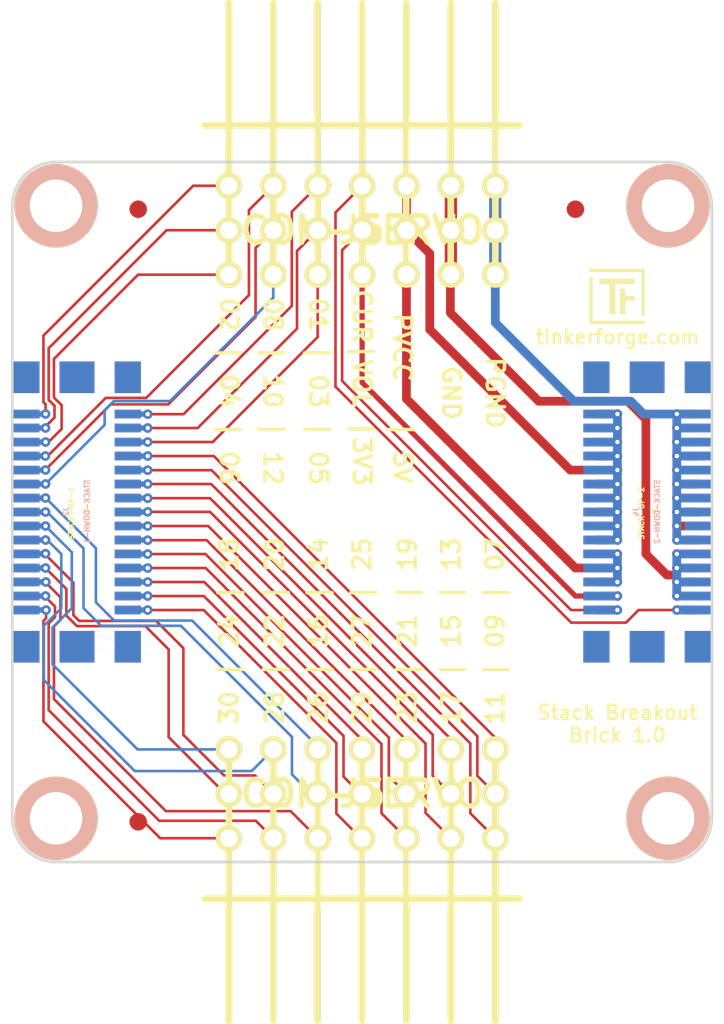
<source format=kicad_pcb>
(kicad_pcb (version 4) (host pcbnew 4.0.2+dfsg1-stable)
  (title_block (title "Stack Breakout Brick") (date 2017-03-01) (rev 1.0) (company "Tinkerforge GmbH") (comment 1 "Licensed under CERN OHL v.1.1") (comment 2 "Copyright (©) 2017, L.lauer <lukas.lauer@fh-bielefeld.de>"))
  (layers (0 F.Cu signal) (31 B.Cu signal) (34 B.Paste user) (35 F.Paste user) (36 B.SilkS user) (37 F.SilkS user) (38 B.Mask user) (39 F.Mask user) (44 Edge.Cuts user))
  (net 0 "")
  (net 1 GND)
  (net 2 EX-1-GP02)
  (net 3 EX-1-GP01)
  (net 4 EX-1-GP00)
  (net 5 EX-0-GP02)
  (net 6 EX-0-GP01)
  (net 7 EX-0-GP00)
  (net 8 EX-SPI-SCLK)
  (net 9 EX-SPI-MOSI)
  (net 10 EX-SPI-MISO)
  (net 11 SYNC/GP/TCK)
  (net 12 DETECT/TMS)
  (net 13 RESET)
  (net 14 SPI-SCLK)
  (net 15 SPI-MOSI)
  (net 16 SPI-MISO)
  (net 17 I2C-SDA)
  (net 18 I2C-SCL)
  (net 19 SEL-00)
  (net 20 SEL-01)
  (net 21 SEL-02)
  (net 22 SEL-03)
  (net 23 SEL-04)
  (net 24 SEL-05)
  (net 25 SEL-06)
  (net 26 SEL-07)
  (net 27 EX-SEL-00)
  (net 28 EX-SEL-01)
  (net 29 EX-SER2-RXD)
  (net 30 EX-SER2-TXD)
  (net 31 EX-SER2-RTS)
  (net 32 CURRENT)
  (net 33 STACK-PGND)
  (net 34 STACK-PVCC)
  (net 35 5V)
  (net 36 3V3)
  (net 37 VOLTAGE)
  (module BTB08-ACS-TOP (layer F.Cu) (at 123.2 100.8 90)
    (fp_text reference J1 (at 0.025 0.475 90) (layer F.SilkS) (effects (font (size 0.3 0.3) (thickness 0.075))))
    (fp_text value STACK-UP-1 (at -0.075 -0.325 90) (layer F.SilkS) (effects (font (size 0.3 0.3) (thickness 0.075))))
    (pad 29 smd rect (at -5.59816 2.89814 270) (size 0.49784 1.4986) (layers F.Cu F.Paste F.Mask) (net 2 EX-1-GP02))
    (pad 27 smd rect (at -4.79806 2.89814 270) (size 0.49784 1.4986) (layers F.Cu F.Paste F.Mask) (net 3 EX-1-GP01))
    (pad 25 smd rect (at -3.99796 2.89814 270) (size 0.49784 1.4986) (layers F.Cu F.Paste F.Mask) (net 4 EX-1-GP00))
    (pad 23 smd rect (at -3.19786 2.89814 270) (size 0.49784 1.4986) (layers F.Cu F.Paste F.Mask) (net 5 EX-0-GP02))
    (pad 21 smd rect (at -2.39776 2.89814 270) (size 0.49784 1.4986) (layers F.Cu F.Paste F.Mask) (net 6 EX-0-GP01))
    (pad 19 smd rect (at -1.59766 2.89814 270) (size 0.49784 1.4986) (layers F.Cu F.Paste F.Mask) (net 7 EX-0-GP00))
    (pad 17 smd rect (at -0.79756 2.89814 270) (size 0.49784 1.4986) (layers F.Cu F.Paste F.Mask) (net 8 EX-SPI-SCLK))
    (pad 15 smd rect (at 0 2.89814 270) (size 0.49784 1.4986) (layers F.Cu F.Paste F.Mask) (net 9 EX-SPI-MOSI))
    (pad 13 smd rect (at 0.79756 2.89814 270) (size 0.49784 1.4986) (layers F.Cu F.Paste F.Mask) (net 10 EX-SPI-MISO))
    (pad 11 smd rect (at 1.59766 2.89814 270) (size 0.49784 1.4986) (layers F.Cu F.Paste F.Mask) (net 11 SYNC/GP/TCK))
    (pad 9 smd rect (at 2.39776 2.89814 270) (size 0.49784 1.4986) (layers F.Cu F.Paste F.Mask) (net 12 DETECT/TMS))
    (pad 7 smd rect (at 3.19786 2.89814 270) (size 0.49784 1.4986) (layers F.Cu F.Paste F.Mask) (net 13 RESET))
    (pad 5 smd rect (at 3.99796 2.89814 270) (size 0.49784 1.4986) (layers F.Cu F.Paste F.Mask) (net 14 SPI-SCLK))
    (pad 3 smd rect (at 4.79806 2.89814 270) (size 0.49784 1.4986) (layers F.Cu F.Paste F.Mask) (net 15 SPI-MOSI))
    (pad 1 smd rect (at 5.59816 2.89814 270) (size 0.49784 1.4986) (layers F.Cu F.Paste F.Mask) (net 16 SPI-MISO))
    (pad 2 smd rect (at 5.59816 -2.89814 90) (size 0.49784 1.4986) (layers F.Cu F.Paste F.Mask) (net 17 I2C-SDA))
    (pad 4 smd rect (at 4.79806 -2.89814 90) (size 0.49784 1.4986) (layers F.Cu F.Paste F.Mask) (net 18 I2C-SCL))
    (pad 6 smd rect (at 3.99796 -2.89814 90) (size 0.49784 1.4986) (layers F.Cu F.Paste F.Mask) (net 19 SEL-00))
    (pad 8 smd rect (at 3.19786 -2.89814 90) (size 0.49784 1.4986) (layers F.Cu F.Paste F.Mask) (net 20 SEL-01))
    (pad 10 smd rect (at 2.39776 -2.89814 90) (size 0.49784 1.4986) (layers F.Cu F.Paste F.Mask) (net 21 SEL-02))
    (pad 12 smd rect (at 1.59766 -2.89814 90) (size 0.49784 1.4986) (layers F.Cu F.Paste F.Mask) (net 22 SEL-03))
    (pad 14 smd rect (at 0.79756 -2.89814 90) (size 0.49784 1.4986) (layers F.Cu F.Paste F.Mask) (net 23 SEL-04))
    (pad 16 smd rect (at 0 -2.89814 90) (size 0.49784 1.4986) (layers F.Cu F.Paste F.Mask) (net 24 SEL-05))
    (pad 18 smd rect (at -0.79756 -2.89814 90) (size 0.49784 1.4986) (layers F.Cu F.Paste F.Mask) (net 25 SEL-06))
    (pad 20 smd rect (at -1.59766 -2.89814 90) (size 0.49784 1.4986) (layers F.Cu F.Paste F.Mask) (net 26 SEL-07))
    (pad 22 smd rect (at -2.39776 -2.89814 90) (size 0.49784 1.4986) (layers F.Cu F.Paste F.Mask) (net 27 EX-SEL-00))
    (pad 24 smd rect (at -3.19786 -2.89814 90) (size 0.49784 1.4986) (layers F.Cu F.Paste F.Mask) (net 28 EX-SEL-01))
    (pad 26 smd rect (at -3.99796 -2.89814 90) (size 0.49784 1.4986) (layers F.Cu F.Paste F.Mask) (net 29 EX-SER2-RXD))
    (pad 28 smd rect (at -4.79806 -2.89814 90) (size 0.49784 1.4986) (layers F.Cu F.Paste F.Mask) (net 30 EX-SER2-TXD))
    (pad 30 smd rect (at -5.59816 -2.89814 90) (size 0.49784 1.4986) (layers F.Cu F.Paste F.Mask) (net 31 EX-SER2-RTS))
    (pad EP smd rect (at 7.69874 -2.90068 90) (size 1.80086 1.50114) (layers F.Cu F.Paste F.Mask) (net 1 GND))
    (pad EP smd rect (at 7.69874 2.90068 90) (size 1.80086 1.50114) (layers F.Cu F.Paste F.Mask) (net 1 GND))
    (pad EP smd rect (at -7.69874 2.90068 90) (size 1.80086 1.50114) (layers F.Cu F.Paste F.Mask) (net 1 GND))
    (pad EP smd rect (at -7.69874 -2.90068 90) (size 1.80086 1.50114) (layers F.Cu F.Paste F.Mask) (net 1 GND))
    (pad EP smd rect (at 7.69874 0 90) (size 1.80086 1.99898) (layers F.Cu F.Paste F.Mask) (net 1 GND))
    (pad EP smd rect (at -7.69874 0 90) (size 1.80086 1.99898) (layers F.Cu F.Paste F.Mask) (net 1 GND))
    (pad "" thru_hole circle (at 7.59968 1.69926 90) (size 0.8001 0.8001) (drill 0.8001) (layers *.Cu *.Mask F.SilkS))
    (pad "" thru_hole circle (at -7.59968 1.69926 90) (size 0.8001 0.8001) (drill 0.8001) (layers *.Cu *.Mask F.SilkS))
  )
  (module BTB08-ACS-BTM (layer B.Cu) (at 123.2 100.8 270)
    (fp_text reference J2 (at -0.025 0.625 270) (layer B.SilkS) (effects (font (size 0.3 0.3) (thickness 0.075)) (justify mirror)))
    (fp_text value STACK-DOWN-1 (at -0.025 -0.575 270) (layer B.SilkS) (effects (font (size 0.3 0.3) (thickness 0.075)) (justify mirror)))
    (pad 1 smd rect (at -5.59816 -2.89814 90) (size 0.49784 1.4986) (layers B.Cu B.Paste B.Mask) (net 16 SPI-MISO))
    (pad 3 smd rect (at -4.79806 -2.89814 90) (size 0.49784 1.4986) (layers B.Cu B.Paste B.Mask) (net 15 SPI-MOSI))
    (pad 5 smd rect (at -3.99796 -2.89814 90) (size 0.49784 1.4986) (layers B.Cu B.Paste B.Mask) (net 14 SPI-SCLK))
    (pad 7 smd rect (at -3.19786 -2.89814 90) (size 0.49784 1.4986) (layers B.Cu B.Paste B.Mask) (net 13 RESET))
    (pad 9 smd rect (at -2.39776 -2.89814 90) (size 0.49784 1.4986) (layers B.Cu B.Paste B.Mask) (net 12 DETECT/TMS))
    (pad 11 smd rect (at -1.59766 -2.89814 90) (size 0.49784 1.4986) (layers B.Cu B.Paste B.Mask) (net 11 SYNC/GP/TCK))
    (pad 13 smd rect (at -0.79756 -2.89814 90) (size 0.49784 1.4986) (layers B.Cu B.Paste B.Mask) (net 10 EX-SPI-MISO))
    (pad 15 smd rect (at 0 -2.89814 90) (size 0.49784 1.4986) (layers B.Cu B.Paste B.Mask) (net 9 EX-SPI-MOSI))
    (pad 17 smd rect (at 0.79756 -2.89814 90) (size 0.49784 1.4986) (layers B.Cu B.Paste B.Mask) (net 8 EX-SPI-SCLK))
    (pad 19 smd rect (at 1.59766 -2.89814 90) (size 0.49784 1.4986) (layers B.Cu B.Paste B.Mask) (net 7 EX-0-GP00))
    (pad 21 smd rect (at 2.39776 -2.89814 90) (size 0.49784 1.4986) (layers B.Cu B.Paste B.Mask) (net 6 EX-0-GP01))
    (pad 23 smd rect (at 3.19786 -2.89814 90) (size 0.49784 1.4986) (layers B.Cu B.Paste B.Mask) (net 5 EX-0-GP02))
    (pad 25 smd rect (at 3.99796 -2.89814 90) (size 0.49784 1.4986) (layers B.Cu B.Paste B.Mask) (net 4 EX-1-GP00))
    (pad 27 smd rect (at 4.79806 -2.89814 90) (size 0.49784 1.4986) (layers B.Cu B.Paste B.Mask) (net 3 EX-1-GP01))
    (pad 29 smd rect (at 5.59816 -2.89814 90) (size 0.49784 1.4986) (layers B.Cu B.Paste B.Mask) (net 2 EX-1-GP02))
    (pad 30 smd rect (at 5.59816 2.89814 270) (size 0.49784 1.4986) (layers B.Cu B.Paste B.Mask) (net 31 EX-SER2-RTS))
    (pad 28 smd rect (at 4.79806 2.89814 270) (size 0.49784 1.4986) (layers B.Cu B.Paste B.Mask) (net 30 EX-SER2-TXD))
    (pad 26 smd rect (at 3.99796 2.89814 270) (size 0.49784 1.4986) (layers B.Cu B.Paste B.Mask) (net 29 EX-SER2-RXD))
    (pad 24 smd rect (at 3.19786 2.89814 270) (size 0.49784 1.4986) (layers B.Cu B.Paste B.Mask) (net 28 EX-SEL-01))
    (pad 22 smd rect (at 2.39776 2.89814 270) (size 0.49784 1.4986) (layers B.Cu B.Paste B.Mask) (net 27 EX-SEL-00))
    (pad 20 smd rect (at 1.59766 2.89814 270) (size 0.49784 1.4986) (layers B.Cu B.Paste B.Mask) (net 26 SEL-07))
    (pad 18 smd rect (at 0.79756 2.89814 270) (size 0.49784 1.4986) (layers B.Cu B.Paste B.Mask) (net 25 SEL-06))
    (pad 16 smd rect (at 0 2.89814 270) (size 0.49784 1.4986) (layers B.Cu B.Paste B.Mask) (net 24 SEL-05))
    (pad 14 smd rect (at -0.79756 2.89814 270) (size 0.49784 1.4986) (layers B.Cu B.Paste B.Mask) (net 23 SEL-04))
    (pad 12 smd rect (at -1.59766 2.89814 270) (size 0.49784 1.4986) (layers B.Cu B.Paste B.Mask) (net 22 SEL-03))
    (pad 10 smd rect (at -2.39776 2.89814 270) (size 0.49784 1.4986) (layers B.Cu B.Paste B.Mask) (net 21 SEL-02))
    (pad 8 smd rect (at -3.19786 2.89814 270) (size 0.49784 1.4986) (layers B.Cu B.Paste B.Mask) (net 20 SEL-01))
    (pad 6 smd rect (at -3.99796 2.89814 270) (size 0.49784 1.4986) (layers B.Cu B.Paste B.Mask) (net 19 SEL-00))
    (pad 4 smd rect (at -4.79806 2.89814 270) (size 0.49784 1.4986) (layers B.Cu B.Paste B.Mask) (net 18 I2C-SCL))
    (pad 2 smd rect (at -5.59816 2.89814 270) (size 0.49784 1.4986) (layers B.Cu B.Paste B.Mask) (net 17 I2C-SDA))
    (pad EP smd rect (at 7.69874 2.90068 270) (size 1.80086 1.50114) (layers B.Cu B.Paste B.Mask) (net 1 GND))
    (pad EP smd rect (at 7.69874 -2.90068 270) (size 1.80086 1.50114) (layers B.Cu B.Paste B.Mask) (net 1 GND))
    (pad EP smd rect (at -7.69874 -2.90068 270) (size 1.80086 1.50114) (layers B.Cu B.Paste B.Mask) (net 1 GND))
    (pad EP smd rect (at -7.69874 2.90068 270) (size 1.80086 1.50114) (layers B.Cu B.Paste B.Mask) (net 1 GND))
    (pad EP smd rect (at 7.69874 0 270) (size 1.80086 1.99898) (layers B.Cu B.Paste B.Mask) (net 1 GND))
    (pad EP smd rect (at -7.69874 0 270) (size 1.80086 1.99898) (layers B.Cu B.Paste B.Mask) (net 1 GND))
    (pad "" thru_hole circle (at 7.59968 -1.69926 270) (size 0.8001 0.8001) (drill 0.8001) (layers *.Cu *.Mask B.SilkS))
    (pad "" thru_hole circle (at -7.59968 -1.69926 270) (size 0.8001 0.8001) (drill 0.8001) (layers *.Cu *.Mask B.SilkS))
  )
  (module BTB08-ACS-TOP (layer F.Cu) (at 155.8 100.8 90)
    (fp_text reference J3 (at 0.025 0.475 90) (layer F.SilkS) (effects (font (size 0.3 0.3) (thickness 0.075))))
    (fp_text value STACK-UP-2 (at -0.075 -0.325 90) (layer F.SilkS) (effects (font (size 0.3 0.3) (thickness 0.075))))
    (pad 29 smd rect (at -5.59816 2.89814 270) (size 0.49784 1.4986) (layers F.Cu F.Paste F.Mask) (net 32 CURRENT))
    (pad 27 smd rect (at -4.79806 2.89814 270) (size 0.49784 1.4986) (layers F.Cu F.Paste F.Mask) (net 1 GND))
    (pad 25 smd rect (at -3.99796 2.89814 270) (size 0.49784 1.4986) (layers F.Cu F.Paste F.Mask) (net 1 GND))
    (pad 23 smd rect (at -3.19786 2.89814 270) (size 0.49784 1.4986) (layers F.Cu F.Paste F.Mask) (net 1 GND))
    (pad 21 smd rect (at -2.39776 2.89814 270) (size 0.49784 1.4986) (layers F.Cu F.Paste F.Mask) (net 1 GND))
    (pad 19 smd rect (at -1.59766 2.89814 270) (size 0.49784 1.4986) (layers F.Cu F.Paste F.Mask) (net 33 STACK-PGND))
    (pad 17 smd rect (at -0.79756 2.89814 270) (size 0.49784 1.4986) (layers F.Cu F.Paste F.Mask) (net 33 STACK-PGND))
    (pad 15 smd rect (at 0 2.89814 270) (size 0.49784 1.4986) (layers F.Cu F.Paste F.Mask) (net 33 STACK-PGND))
    (pad 13 smd rect (at 0.79756 2.89814 270) (size 0.49784 1.4986) (layers F.Cu F.Paste F.Mask) (net 33 STACK-PGND))
    (pad 11 smd rect (at 1.59766 2.89814 270) (size 0.49784 1.4986) (layers F.Cu F.Paste F.Mask) (net 33 STACK-PGND))
    (pad 9 smd rect (at 2.39776 2.89814 270) (size 0.49784 1.4986) (layers F.Cu F.Paste F.Mask) (net 33 STACK-PGND))
    (pad 7 smd rect (at 3.19786 2.89814 270) (size 0.49784 1.4986) (layers F.Cu F.Paste F.Mask) (net 33 STACK-PGND))
    (pad 5 smd rect (at 3.99796 2.89814 270) (size 0.49784 1.4986) (layers F.Cu F.Paste F.Mask) (net 33 STACK-PGND))
    (pad 3 smd rect (at 4.79806 2.89814 270) (size 0.49784 1.4986) (layers F.Cu F.Paste F.Mask) (net 33 STACK-PGND))
    (pad 1 smd rect (at 5.59816 2.89814 270) (size 0.49784 1.4986) (layers F.Cu F.Paste F.Mask) (net 33 STACK-PGND))
    (pad 2 smd rect (at 5.59816 -2.89814 90) (size 0.49784 1.4986) (layers F.Cu F.Paste F.Mask) (net 34 STACK-PVCC))
    (pad 4 smd rect (at 4.79806 -2.89814 90) (size 0.49784 1.4986) (layers F.Cu F.Paste F.Mask) (net 34 STACK-PVCC))
    (pad 6 smd rect (at 3.99796 -2.89814 90) (size 0.49784 1.4986) (layers F.Cu F.Paste F.Mask) (net 34 STACK-PVCC))
    (pad 8 smd rect (at 3.19786 -2.89814 90) (size 0.49784 1.4986) (layers F.Cu F.Paste F.Mask) (net 34 STACK-PVCC))
    (pad 10 smd rect (at 2.39776 -2.89814 90) (size 0.49784 1.4986) (layers F.Cu F.Paste F.Mask) (net 34 STACK-PVCC))
    (pad 12 smd rect (at 1.59766 -2.89814 90) (size 0.49784 1.4986) (layers F.Cu F.Paste F.Mask) (net 34 STACK-PVCC))
    (pad 14 smd rect (at 0.79756 -2.89814 90) (size 0.49784 1.4986) (layers F.Cu F.Paste F.Mask) (net 34 STACK-PVCC))
    (pad 16 smd rect (at 0 -2.89814 90) (size 0.49784 1.4986) (layers F.Cu F.Paste F.Mask) (net 34 STACK-PVCC))
    (pad 18 smd rect (at -0.79756 -2.89814 90) (size 0.49784 1.4986) (layers F.Cu F.Paste F.Mask) (net 34 STACK-PVCC))
    (pad 20 smd rect (at -1.59766 -2.89814 90) (size 0.49784 1.4986) (layers F.Cu F.Paste F.Mask) (net 34 STACK-PVCC))
    (pad 22 smd rect (at -2.39776 -2.89814 90) (size 0.49784 1.4986) (layers F.Cu F.Paste F.Mask) (net 35 5V))
    (pad 24 smd rect (at -3.19786 -2.89814 90) (size 0.49784 1.4986) (layers F.Cu F.Paste F.Mask) (net 35 5V))
    (pad 26 smd rect (at -3.99796 -2.89814 90) (size 0.49784 1.4986) (layers F.Cu F.Paste F.Mask) (net 35 5V))
    (pad 28 smd rect (at -4.79806 -2.89814 90) (size 0.49784 1.4986) (layers F.Cu F.Paste F.Mask) (net 36 3V3))
    (pad 30 smd rect (at -5.59816 -2.89814 90) (size 0.49784 1.4986) (layers F.Cu F.Paste F.Mask) (net 37 VOLTAGE))
    (pad EP smd rect (at 7.69874 -2.90068 90) (size 1.80086 1.50114) (layers F.Cu F.Paste F.Mask) (net 1 GND))
    (pad EP smd rect (at 7.69874 2.90068 90) (size 1.80086 1.50114) (layers F.Cu F.Paste F.Mask) (net 1 GND))
    (pad EP smd rect (at -7.69874 2.90068 90) (size 1.80086 1.50114) (layers F.Cu F.Paste F.Mask) (net 1 GND))
    (pad EP smd rect (at -7.69874 -2.90068 90) (size 1.80086 1.50114) (layers F.Cu F.Paste F.Mask) (net 1 GND))
    (pad EP smd rect (at 7.69874 0 90) (size 1.80086 1.99898) (layers F.Cu F.Paste F.Mask) (net 1 GND))
    (pad EP smd rect (at -7.69874 0 90) (size 1.80086 1.99898) (layers F.Cu F.Paste F.Mask) (net 1 GND))
    (pad "" thru_hole circle (at 7.59968 1.69926 90) (size 0.8001 0.8001) (drill 0.8001) (layers *.Cu *.Mask F.SilkS))
    (pad "" thru_hole circle (at -7.59968 1.69926 90) (size 0.8001 0.8001) (drill 0.8001) (layers *.Cu *.Mask F.SilkS))
  )
  (module BTB08-ACS-BTM (layer B.Cu) (at 155.8 100.8 270)
    (fp_text reference J4 (at -0.025 0.625 270) (layer B.SilkS) (effects (font (size 0.3 0.3) (thickness 0.075)) (justify mirror)))
    (fp_text value STACK-DOWN-2 (at -0.025 -0.575 270) (layer B.SilkS) (effects (font (size 0.3 0.3) (thickness 0.075)) (justify mirror)))
    (pad 1 smd rect (at -5.59816 -2.89814 90) (size 0.49784 1.4986) (layers B.Cu B.Paste B.Mask) (net 33 STACK-PGND))
    (pad 3 smd rect (at -4.79806 -2.89814 90) (size 0.49784 1.4986) (layers B.Cu B.Paste B.Mask) (net 33 STACK-PGND))
    (pad 5 smd rect (at -3.99796 -2.89814 90) (size 0.49784 1.4986) (layers B.Cu B.Paste B.Mask) (net 33 STACK-PGND))
    (pad 7 smd rect (at -3.19786 -2.89814 90) (size 0.49784 1.4986) (layers B.Cu B.Paste B.Mask) (net 33 STACK-PGND))
    (pad 9 smd rect (at -2.39776 -2.89814 90) (size 0.49784 1.4986) (layers B.Cu B.Paste B.Mask) (net 33 STACK-PGND))
    (pad 11 smd rect (at -1.59766 -2.89814 90) (size 0.49784 1.4986) (layers B.Cu B.Paste B.Mask) (net 33 STACK-PGND))
    (pad 13 smd rect (at -0.79756 -2.89814 90) (size 0.49784 1.4986) (layers B.Cu B.Paste B.Mask) (net 33 STACK-PGND))
    (pad 15 smd rect (at 0 -2.89814 90) (size 0.49784 1.4986) (layers B.Cu B.Paste B.Mask) (net 33 STACK-PGND))
    (pad 17 smd rect (at 0.79756 -2.89814 90) (size 0.49784 1.4986) (layers B.Cu B.Paste B.Mask) (net 33 STACK-PGND))
    (pad 19 smd rect (at 1.59766 -2.89814 90) (size 0.49784 1.4986) (layers B.Cu B.Paste B.Mask) (net 33 STACK-PGND))
    (pad 21 smd rect (at 2.39776 -2.89814 90) (size 0.49784 1.4986) (layers B.Cu B.Paste B.Mask) (net 1 GND))
    (pad 23 smd rect (at 3.19786 -2.89814 90) (size 0.49784 1.4986) (layers B.Cu B.Paste B.Mask) (net 1 GND))
    (pad 25 smd rect (at 3.99796 -2.89814 90) (size 0.49784 1.4986) (layers B.Cu B.Paste B.Mask) (net 1 GND))
    (pad 27 smd rect (at 4.79806 -2.89814 90) (size 0.49784 1.4986) (layers B.Cu B.Paste B.Mask) (net 1 GND))
    (pad 29 smd rect (at 5.59816 -2.89814 90) (size 0.49784 1.4986) (layers B.Cu B.Paste B.Mask) (net 32 CURRENT))
    (pad 30 smd rect (at 5.59816 2.89814 270) (size 0.49784 1.4986) (layers B.Cu B.Paste B.Mask) (net 37 VOLTAGE))
    (pad 28 smd rect (at 4.79806 2.89814 270) (size 0.49784 1.4986) (layers B.Cu B.Paste B.Mask) (net 36 3V3))
    (pad 26 smd rect (at 3.99796 2.89814 270) (size 0.49784 1.4986) (layers B.Cu B.Paste B.Mask) (net 35 5V))
    (pad 24 smd rect (at 3.19786 2.89814 270) (size 0.49784 1.4986) (layers B.Cu B.Paste B.Mask) (net 35 5V))
    (pad 22 smd rect (at 2.39776 2.89814 270) (size 0.49784 1.4986) (layers B.Cu B.Paste B.Mask) (net 35 5V))
    (pad 20 smd rect (at 1.59766 2.89814 270) (size 0.49784 1.4986) (layers B.Cu B.Paste B.Mask) (net 34 STACK-PVCC))
    (pad 18 smd rect (at 0.79756 2.89814 270) (size 0.49784 1.4986) (layers B.Cu B.Paste B.Mask) (net 34 STACK-PVCC))
    (pad 16 smd rect (at 0 2.89814 270) (size 0.49784 1.4986) (layers B.Cu B.Paste B.Mask) (net 34 STACK-PVCC))
    (pad 14 smd rect (at -0.79756 2.89814 270) (size 0.49784 1.4986) (layers B.Cu B.Paste B.Mask) (net 34 STACK-PVCC))
    (pad 12 smd rect (at -1.59766 2.89814 270) (size 0.49784 1.4986) (layers B.Cu B.Paste B.Mask) (net 34 STACK-PVCC))
    (pad 10 smd rect (at -2.39776 2.89814 270) (size 0.49784 1.4986) (layers B.Cu B.Paste B.Mask) (net 34 STACK-PVCC))
    (pad 8 smd rect (at -3.19786 2.89814 270) (size 0.49784 1.4986) (layers B.Cu B.Paste B.Mask) (net 34 STACK-PVCC))
    (pad 6 smd rect (at -3.99796 2.89814 270) (size 0.49784 1.4986) (layers B.Cu B.Paste B.Mask) (net 34 STACK-PVCC))
    (pad 4 smd rect (at -4.79806 2.89814 270) (size 0.49784 1.4986) (layers B.Cu B.Paste B.Mask) (net 34 STACK-PVCC))
    (pad 2 smd rect (at -5.59816 2.89814 270) (size 0.49784 1.4986) (layers B.Cu B.Paste B.Mask) (net 34 STACK-PVCC))
    (pad EP smd rect (at 7.69874 2.90068 270) (size 1.80086 1.50114) (layers B.Cu B.Paste B.Mask) (net 1 GND))
    (pad EP smd rect (at 7.69874 -2.90068 270) (size 1.80086 1.50114) (layers B.Cu B.Paste B.Mask) (net 1 GND))
    (pad EP smd rect (at -7.69874 -2.90068 270) (size 1.80086 1.50114) (layers B.Cu B.Paste B.Mask) (net 1 GND))
    (pad EP smd rect (at -7.69874 2.90068 270) (size 1.80086 1.50114) (layers B.Cu B.Paste B.Mask) (net 1 GND))
    (pad EP smd rect (at 7.69874 0 270) (size 1.80086 1.99898) (layers B.Cu B.Paste B.Mask) (net 1 GND))
    (pad EP smd rect (at -7.69874 0 270) (size 1.80086 1.99898) (layers B.Cu B.Paste B.Mask) (net 1 GND))
    (pad "" thru_hole circle (at 7.59968 -1.69926 270) (size 0.8001 0.8001) (drill 0.8001) (layers *.Cu *.Mask B.SilkS))
    (pad "" thru_hole circle (at -7.59968 -1.69926 270) (size 0.8001 0.8001) (drill 0.8001) (layers *.Cu *.Mask B.SilkS))
  )
  (module DRILL_NP (layer F.Cu) (at 122 83.3)
    (fp_text reference U1 hide)
    (fp_text value DRILL hide)
    (pad "" np_thru_hole circle (at 0 0) (size 2.99974 2.99974) (drill 2.99974) (layers *.Cu *.Mask F.SilkS) (clearance 0.89916))
  )
  (module DRILL_NP (layer F.Cu) (at 157 83.3)
    (fp_text reference U2 hide)
    (fp_text value DRILL hide)
    (pad "" np_thru_hole circle (at 0 0) (size 2.99974 2.99974) (drill 2.99974) (layers *.Cu *.Mask F.SilkS) (clearance 0.89916))
  )
  (module DRILL_NP (layer F.Cu) (at 122 118.3)
    (fp_text reference U3 hide)
    (fp_text value DRILL hide)
    (pad "" np_thru_hole circle (at 0 0) (size 2.99974 2.99974) (drill 2.99974) (layers *.Cu *.Mask F.SilkS) (clearance 0.89916))
  )
  (module DRILL_NP (layer F.Cu) (at 157 118.3)
    (fp_text reference U4 hide)
    (fp_text value DRILL hide)
    (pad "" np_thru_hole circle (at 0 0) (size 2.99974 2.99974) (drill 2.99974) (layers *.Cu *.Mask F.SilkS) (clearance 0.89916))
  )
  (module CON-Servo (layer F.Cu) (at 139.5 116.9)
    (fp_text reference J5 (at 0 0) (layer F.SilkS) (effects (font (thickness 0.3048))))
    (fp_text value CON-SERVO (at 0 0) (layer F.SilkS) (effects (font (thickness 0.3048))))
    (pad A1 thru_hole circle (at -7.61746 2.53746) (size 1.4986 1.4986) (drill 0.99822) (layers *.Cu *.Mask F.SilkS) (net 31 EX-SER2-RTS))
    (pad B1 thru_hole circle (at -5.07746 2.53746) (size 1.4986 1.4986) (drill 0.99822) (layers *.Cu *.Mask F.SilkS) (net 30 EX-SER2-TXD))
    (pad C1 thru_hole circle (at -2.53746 2.53746) (size 1.4986 1.4986) (drill 0.99822) (layers *.Cu *.Mask F.SilkS) (net 29 EX-SER2-RXD))
    (pad D1 thru_hole circle (at -0.00254 2.53746) (size 1.4986 1.4986) (drill 0.99822) (layers *.Cu *.Mask F.SilkS) (net 2 EX-1-GP02))
    (pad E1 thru_hole circle (at 2.53746 2.53746) (size 1.4986 1.4986) (drill 0.99822) (layers *.Cu *.Mask F.SilkS) (net 5 EX-0-GP02))
    (pad F1 thru_hole circle (at 5.07746 2.53746) (size 1.4986 1.4986) (drill 0.99822) (layers *.Cu *.Mask F.SilkS) (net 8 EX-SPI-SCLK))
    (pad A2 thru_hole circle (at -7.61746 0) (size 1.4986 1.4986) (drill 0.99822) (layers *.Cu *.Mask F.SilkS) (net 28 EX-SEL-01))
    (pad B2 thru_hole circle (at -5.07746 0) (size 1.4986 1.4986) (drill 0.99822) (layers *.Cu *.Mask F.SilkS) (net 27 EX-SEL-00))
    (pad C2 thru_hole circle (at -2.53746 0) (size 1.4986 1.4986) (drill 0.99822) (layers *.Cu *.Mask F.SilkS) (net 24 SEL-05))
    (pad D2 thru_hole circle (at -0.00254 0) (size 1.4986 1.4986) (drill 0.99822) (layers *.Cu *.Mask F.SilkS) (net 3 EX-1-GP01))
    (pad E2 thru_hole circle (at 2.53746 0) (size 1.4986 1.4986) (drill 0.99822) (layers *.Cu *.Mask F.SilkS) (net 6 EX-0-GP01))
    (pad F2 thru_hole circle (at 5.07746 0) (size 1.4986 1.4986) (drill 0.99822) (layers *.Cu *.Mask F.SilkS) (net 9 EX-SPI-MOSI))
    (pad A3 thru_hole circle (at -7.61746 -2.53746) (size 1.4986 1.4986) (drill 0.99822) (layers *.Cu *.Mask F.SilkS) (net 25 SEL-06))
    (pad B3 thru_hole circle (at -5.07746 -2.53746) (size 1.4986 1.4986) (drill 0.99822) (layers *.Cu *.Mask F.SilkS) (net 26 SEL-07))
    (pad C3 thru_hole circle (at -2.53746 -2.53746) (size 1.4986 1.4986) (drill 0.99822) (layers *.Cu *.Mask F.SilkS) (net 23 SEL-04))
    (pad D3 thru_hole circle (at -0.00254 -2.53746) (size 1.4986 1.4986) (drill 0.99822) (layers *.Cu *.Mask F.SilkS) (net 4 EX-1-GP00))
    (pad E3 thru_hole circle (at 2.53746 -2.53746) (size 1.4986 1.4986) (drill 0.99822) (layers *.Cu *.Mask F.SilkS) (net 7 EX-0-GP00))
    (pad F3 thru_hole circle (at 5.07746 -2.53746) (size 1.4986 1.4986) (drill 0.99822) (layers *.Cu *.Mask F.SilkS) (net 10 EX-SPI-MISO))
    (pad G3 thru_hole circle (at 7.62 -2.54) (size 1.4986 1.4986) (drill 0.99822) (layers *.Cu *.Mask F.SilkS) (net 13 RESET))
    (pad G2 thru_hole circle (at 7.62 0) (size 1.4986 1.4986) (drill 0.99822) (layers *.Cu *.Mask F.SilkS) (net 12 DETECT/TMS))
    (pad G1 thru_hole circle (at 7.62 2.54) (size 1.4986 1.4986) (drill 0.99822) (layers *.Cu *.Mask F.SilkS) (net 11 SYNC/GP/TCK))
  )
  (module CON-Servo (layer F.Cu) (at 139.5 84.7 180)
    (fp_text reference J6 (at 0 0 180) (layer F.SilkS) (effects (font (thickness 0.3048))))
    (fp_text value CON-SERVO (at 0 0 180) (layer F.SilkS) (effects (font (thickness 0.3048))))
    (pad A1 thru_hole circle (at -7.61746 2.53746 180) (size 1.4986 1.4986) (drill 0.99822) (layers *.Cu *.Mask F.SilkS) (net 33 STACK-PGND))
    (pad B1 thru_hole circle (at -5.07746 2.53746 180) (size 1.4986 1.4986) (drill 0.99822) (layers *.Cu *.Mask F.SilkS) (net 1 GND))
    (pad C1 thru_hole circle (at -2.53746 2.53746 180) (size 1.4986 1.4986) (drill 0.99822) (layers *.Cu *.Mask F.SilkS) (net 34 STACK-PVCC))
    (pad D1 thru_hole circle (at -0.00254 2.53746 180) (size 1.4986 1.4986) (drill 0.99822) (layers *.Cu *.Mask F.SilkS) (net 32 CURRENT))
    (pad E1 thru_hole circle (at 2.53746 2.53746 180) (size 1.4986 1.4986) (drill 0.99822) (layers *.Cu *.Mask F.SilkS) (net 16 SPI-MISO))
    (pad F1 thru_hole circle (at 5.07746 2.53746 180) (size 1.4986 1.4986) (drill 0.99822) (layers *.Cu *.Mask F.SilkS) (net 20 SEL-01))
    (pad A2 thru_hole circle (at -7.61746 0 180) (size 1.4986 1.4986) (drill 0.99822) (layers *.Cu *.Mask F.SilkS) (net 33 STACK-PGND))
    (pad B2 thru_hole circle (at -5.07746 0 180) (size 1.4986 1.4986) (drill 0.99822) (layers *.Cu *.Mask F.SilkS) (net 1 GND))
    (pad C2 thru_hole circle (at -2.53746 0 180) (size 1.4986 1.4986) (drill 0.99822) (layers *.Cu *.Mask F.SilkS) (net 34 STACK-PVCC))
    (pad D2 thru_hole circle (at -0.00254 0 180) (size 1.4986 1.4986) (drill 0.99822) (layers *.Cu *.Mask F.SilkS) (net 37 VOLTAGE))
    (pad E2 thru_hole circle (at 2.53746 0 180) (size 1.4986 1.4986) (drill 0.99822) (layers *.Cu *.Mask F.SilkS) (net 15 SPI-MOSI))
    (pad F2 thru_hole circle (at 5.07746 0 180) (size 1.4986 1.4986) (drill 0.99822) (layers *.Cu *.Mask F.SilkS) (net 21 SEL-02))
    (pad A3 thru_hole circle (at -7.61746 -2.53746 180) (size 1.4986 1.4986) (drill 0.99822) (layers *.Cu *.Mask F.SilkS) (net 33 STACK-PGND))
    (pad B3 thru_hole circle (at -5.07746 -2.53746 180) (size 1.4986 1.4986) (drill 0.99822) (layers *.Cu *.Mask F.SilkS) (net 1 GND))
    (pad C3 thru_hole circle (at -2.53746 -2.53746 180) (size 1.4986 1.4986) (drill 0.99822) (layers *.Cu *.Mask F.SilkS) (net 35 5V))
    (pad D3 thru_hole circle (at -0.00254 -2.53746 180) (size 1.4986 1.4986) (drill 0.99822) (layers *.Cu *.Mask F.SilkS) (net 36 3V3))
    (pad E3 thru_hole circle (at 2.53746 -2.53746 180) (size 1.4986 1.4986) (drill 0.99822) (layers *.Cu *.Mask F.SilkS) (net 14 SPI-SCLK))
    (pad F3 thru_hole circle (at 5.07746 -2.53746 180) (size 1.4986 1.4986) (drill 0.99822) (layers *.Cu *.Mask F.SilkS) (net 22 SEL-03))
    (pad G3 thru_hole circle (at 7.62 -2.54 180) (size 1.4986 1.4986) (drill 0.99822) (layers *.Cu *.Mask F.SilkS) (net 19 SEL-00))
    (pad G2 thru_hole circle (at 7.62 0 180) (size 1.4986 1.4986) (drill 0.99822) (layers *.Cu *.Mask F.SilkS) (net 18 I2C-SCL))
    (pad G1 thru_hole circle (at 7.62 2.54 180) (size 1.4986 1.4986) (drill 0.99822) (layers *.Cu *.Mask F.SilkS) (net 17 I2C-SDA))
  )
  (module kicad-libraries:Logo_31x31 (layer F.Cu) (at 152.5 86.9)
    (fp_text reference G*** hide)
    (fp_text value Logo_31x31 hide)
  )
  (module kicad-libraries:Fiducial_Mark (layer F.Cu) (at 126.7 118.5)
    (fp_text reference Fiducial_Mark hide)
    (fp_text value VAL** hide)
    (pad 1 smd circle (at 0 0) (size 1.00076 1.00076) (layers F.Cu F.Paste F.Mask) (clearance 0.65024))
  )
  (module kicad-libraries:Fiducial_Mark (layer F.Cu) (at 151.7 83.5)
    (fp_text reference Fiducial_Mark hide)
    (fp_text value VAL** hide)
    (pad 1 smd circle (at 0 0) (size 1.00076 1.00076) (layers F.Cu F.Paste F.Mask) (clearance 0.65024))
  )
  (module kicad-libraries:Fiducial_Mark (layer F.Cu) (at 126.7 83.5)
    (fp_text reference Fiducial_Mark hide)
    (fp_text value VAL** hide)
    (pad 1 smd circle (at 0 0) (size 1.00076 1.00076) (layers F.Cu F.Paste F.Mask) (clearance 0.65024))
  )
  (gr_text tinkerforge.com (at 154.1 90.8) (layer F.SilkS) (effects (font (size 0.8 0.8))))
  (gr_text "Stack Breakout\nBrick 1.0" (at 154.1 112.9) (layer F.SilkS) (effects (font (size 0.8 0.8))))
  (gr_text PGND (at 147.1 94 270) (layer F.SilkS) (effects (font (size 1 1) (thickness 0.2))))
  (gr_text GND (at 144.6 94 270) (layer F.SilkS) (effects (font (size 1 1) (thickness 0.2))))
  (gr_text "PVCC   | 5V" (at 141.8 94.3 270) (layer F.SilkS) (effects (font (size 1 1) (thickness 0.2))))
  (gr_text "CUR|VOL |3V3" (at 139.5 93.7 270) (layer F.SilkS) (effects (font (size 1 1) (thickness 0.2))))
  (gr_text "01 | 03 | 05" (at 137 93.9 270) (layer F.SilkS) (effects (font (size 1 1) (thickness 0.2))))
  (gr_text "08 | 10 | 12" (at 134.4 93.9 270) (layer F.SilkS) (effects (font (size 1 1) (thickness 0.2))))
  (gr_text "02 | 04 | 06" (at 131.9 93.9 270) (layer F.SilkS) (effects (font (size 1 1) (thickness 0.2))))
  (gr_text "11 | 09 | 07" (at 147.1 107.6 90) (layer F.SilkS) (effects (font (size 1 1) (thickness 0.2))))
  (gr_text "17 | 15 | 13" (at 144.6 107.6 90) (layer F.SilkS) (effects (font (size 1 1) (thickness 0.2))))
  (gr_text "23 | 21 | 19" (at 142.1 107.6 90) (layer F.SilkS) (effects (font (size 1 1) (thickness 0.2))))
  (gr_text "29 | 27 | 25" (at 139.5 107.6 90) (layer F.SilkS) (effects (font (size 1 1) (thickness 0.2))))
  (gr_text "26 | 16 | 14" (at 137 107.6 90) (layer F.SilkS) (effects (font (size 1 1) (thickness 0.2))))
  (gr_text "28 | 22 | 20" (at 134.5 107.6 90) (layer F.SilkS) (effects (font (size 1 1) (thickness 0.2))))
  (gr_text "30 | 24 | 18" (at 131.9 107.6 90) (layer F.SilkS) (effects (font (size 1 1) (thickness 0.2))))
  (gr_line (start 119.5 118.3) (end 119.5 83.3) (angle 90) (layer Edge.Cuts) (width 0.15))
  (gr_line (start 157 120.8) (end 122 120.8) (angle 90) (layer Edge.Cuts) (width 0.15))
  (gr_line (start 159.5 83.3) (end 159.5 118.3) (angle 90) (layer Edge.Cuts) (width 0.15))
  (gr_line (start 122 80.8) (end 157 80.8) (angle 90) (layer Edge.Cuts) (width 0.15))
  (gr_arc (start 122 83.3) (end 119.5 83.3) (angle 90) (layer Edge.Cuts) (width 0.15))
  (gr_arc (start 122 118.3) (end 122 120.8) (angle 90) (layer Edge.Cuts) (width 0.15))
  (gr_arc (start 157 118.3) (end 159.5 118.3) (angle 90) (layer Edge.Cuts) (width 0.15))
  (gr_arc (start 157 83.3) (end 157 80.8) (angle 90) (layer Edge.Cuts) (width 0.15))
  (segment (start 144.57746 87.23746) (end 144.57746 84.7) (width 0.7) (layer F.Cu) (net 1))
  (segment (start 144.57746 84.7) (end 144.57746 82.16254) (width 0.7) (layer F.Cu) (net 1))
  (segment (start 157.5 104.4) (end 156.93 104.4) (width 0.5) (layer F.Cu) (net 1))
  (segment (start 144.55 89.42) (end 144.55 87.25) (width 0.5) (layer F.Cu) (net 1))
  (segment (start 149.6 94.47) (end 144.55 89.42) (width 0.5) (layer F.Cu) (net 1))
  (segment (start 154.7 94.47) (end 149.6 94.47) (width 0.5) (layer F.Cu) (net 1))
  (segment (start 155.73 95.5) (end 154.7 94.47) (width 0.5) (layer F.Cu) (net 1))
  (segment (start 155.73 103.2) (end 155.73 95.5) (width 0.5) (layer F.Cu) (net 1))
  (segment (start 156.93 104.4) (end 155.73 103.2) (width 0.5) (layer F.Cu) (net 1))
  (segment (start 158.69814 103.99786) (end 157.5 103.99786) (width 0.5) (layer B.Cu) (net 1))
  (segment (start 157.5 103.99786) (end 157.5 104.79796) (width 0.5) (layer B.Cu) (net 1))
  (segment (start 157.5 104.79796) (end 158.69814 104.79796) (width 0.5) (layer B.Cu) (net 1))
  (segment (start 158.69814 105.59806) (end 157.50194 105.59806) (width 0.5) (layer B.Cu) (net 1))
  (segment (start 157.50194 105.59806) (end 157.50224 105.59776) (width 0.5) (layer B.Cu) (net 1))
  (segment (start 157.50224 105.59776) (end 157.50224 103.19776) (width 0.5) (layer B.Cu) (net 1))
  (segment (start 157.50224 103.19776) (end 158.69814 103.19776) (width 0.5) (layer B.Cu) (net 1))
  (segment (start 158.69814 105.59806) (end 157.50194 105.59806) (width 0.5) (layer F.Cu) (net 1))
  (via (at 157.50194 105.59806) (size 0.55) (drill 0.25) (layers F.Cu B.Cu) (net 1))
  (segment (start 157.50194 105.59806) (end 157.5 105.6) (width 0.5) (layer B.Cu) (net 1))
  (segment (start 158.69814 104.79796) (end 157.5 104.79796) (width 0.5) (layer F.Cu) (net 1))
  (segment (start 157.5 104.79796) (end 157.5 104.8) (width 0.5) (layer B.Cu) (net 1))
  (via (at 157.5 104.79796) (size 0.55) (drill 0.25) (layers F.Cu B.Cu) (net 1))
  (segment (start 158.69814 103.99786) (end 157.5 103.99786) (width 0.5) (layer F.Cu) (net 1))
  (segment (start 157.5 103.99786) (end 157.5 104) (width 0.5) (layer B.Cu) (net 1))
  (via (at 157.5 103.99786) (size 0.55) (drill 0.25) (layers F.Cu B.Cu) (net 1))
  (segment (start 158.69814 103.19776) (end 157.50224 103.19776) (width 0.5) (layer F.Cu) (net 1))
  (via (at 157.50224 103.19776) (size 0.55) (drill 0.25) (layers F.Cu B.Cu) (net 1))
  (segment (start 157.50224 103.19776) (end 157.5 103.2) (width 0.5) (layer B.Cu) (net 1))
  (segment (start 157.5 103.2) (end 157.50224 103.19776) (width 0.5) (layer F.Cu) (net 1))
  (segment (start 157.5 105.59612) (end 157.5 104.4) (width 0.5) (layer F.Cu) (net 1))
  (segment (start 157.5 104.4) (end 157.5 103.2) (width 0.5) (layer F.Cu) (net 1))
  (segment (start 157.50194 105.59806) (end 157.5 105.59612) (width 0.5) (layer F.Cu) (net 1))
  (segment (start 127.24 106.4) (end 130.44 106.4) (width 0.15) (layer F.Cu) (net 2))
  (segment (start 138.03 118.03) (end 139.36 119.36) (width 0.15) (layer F.Cu) (net 2))
  (segment (start 138.03 113.99) (end 138.03 118.03) (width 0.15) (layer F.Cu) (net 2))
  (segment (start 130.44 106.4) (end 138.03 113.99) (width 0.15) (layer F.Cu) (net 2))
  (segment (start 126.09814 106.39816) (end 127.23816 106.39816) (width 0.3) (layer B.Cu) (net 2))
  (segment (start 127.23816 106.39816) (end 127.24 106.4) (width 0.3) (layer B.Cu) (net 2))
  (via (at 127.24 106.4) (size 0.55) (drill 0.25) (layers F.Cu B.Cu) (net 2))
  (segment (start 127.24 106.4) (end 127.23816 106.39816) (width 0.3) (layer F.Cu) (net 2))
  (segment (start 127.23816 106.39816) (end 126.09814 106.39816) (width 0.3) (layer F.Cu) (net 2))
  (segment (start 127.24 105.6) (end 130.45 105.6) (width 0.15) (layer F.Cu) (net 3))
  (segment (start 138.44 115.92) (end 139.43 116.91) (width 0.15) (layer F.Cu) (net 3))
  (segment (start 138.44 113.59) (end 138.44 115.92) (width 0.15) (layer F.Cu) (net 3))
  (segment (start 130.45 105.6) (end 138.44 113.59) (width 0.15) (layer F.Cu) (net 3))
  (segment (start 126.09814 105.59806) (end 127.23806 105.59806) (width 0.3) (layer F.Cu) (net 3))
  (segment (start 127.23806 105.59806) (end 127.24 105.6) (width 0.3) (layer F.Cu) (net 3))
  (via (at 127.24 105.6) (size 0.55) (drill 0.25) (layers F.Cu B.Cu) (net 3))
  (segment (start 127.24 105.6) (end 127.23806 105.59806) (width 0.3) (layer B.Cu) (net 3))
  (segment (start 127.23806 105.59806) (end 126.09814 105.59806) (width 0.3) (layer B.Cu) (net 3))
  (segment (start 127.24 104.8) (end 130.48 104.8) (width 0.15) (layer F.Cu) (net 4))
  (segment (start 140.03 114.35) (end 139.56 114.35) (width 0.15) (layer F.Cu) (net 4))
  (segment (start 130.48 104.8) (end 140.03 114.35) (width 0.15) (layer F.Cu) (net 4))
  (segment (start 126.09814 104.79796) (end 127.23796 104.79796) (width 0.3) (layer B.Cu) (net 4))
  (segment (start 127.23796 104.79796) (end 127.24 104.8) (width 0.3) (layer B.Cu) (net 4))
  (via (at 127.24 104.8) (size 0.55) (drill 0.25) (layers F.Cu B.Cu) (net 4))
  (segment (start 127.24 104.8) (end 127.23796 104.79796) (width 0.3) (layer F.Cu) (net 4))
  (segment (start 127.23796 104.79796) (end 126.09814 104.79796) (width 0.3) (layer F.Cu) (net 4))
  (segment (start 127.24 104) (end 130.56 104) (width 0.15) (layer F.Cu) (net 5))
  (segment (start 140.61 118.01) (end 142.03746 119.43746) (width 0.15) (layer F.Cu) (net 5))
  (segment (start 140.61 114.05) (end 140.61 118.01) (width 0.15) (layer F.Cu) (net 5))
  (segment (start 130.56 104) (end 140.61 114.05) (width 0.15) (layer F.Cu) (net 5))
  (segment (start 126.09814 103.99786) (end 127.23786 103.99786) (width 0.3) (layer F.Cu) (net 5))
  (segment (start 127.23786 103.99786) (end 127.24 104) (width 0.3) (layer F.Cu) (net 5))
  (via (at 127.24 104) (size 0.55) (drill 0.25) (layers F.Cu B.Cu) (net 5))
  (segment (start 127.24 104) (end 127.23786 103.99786) (width 0.3) (layer B.Cu) (net 5))
  (segment (start 127.23786 103.99786) (end 126.09814 103.99786) (width 0.3) (layer B.Cu) (net 5))
  (segment (start 127.24 103.2) (end 130.544266 103.2) (width 0.15) (layer F.Cu) (net 6))
  (segment (start 141.03 115.89254) (end 142.03746 116.9) (width 0.15) (layer F.Cu) (net 6))
  (segment (start 141.03 113.685734) (end 141.03 115.89254) (width 0.15) (layer F.Cu) (net 6))
  (segment (start 130.544266 103.2) (end 141.03 113.685734) (width 0.15) (layer F.Cu) (net 6))
  (segment (start 126.09814 103.19776) (end 127.23776 103.19776) (width 0.3) (layer B.Cu) (net 6))
  (segment (start 127.23776 103.19776) (end 127.24 103.2) (width 0.3) (layer B.Cu) (net 6))
  (via (at 127.24 103.2) (size 0.55) (drill 0.25) (layers F.Cu B.Cu) (net 6))
  (segment (start 127.24 103.2) (end 127.23776 103.19776) (width 0.3) (layer F.Cu) (net 6))
  (segment (start 127.23776 103.19776) (end 126.09814 103.19776) (width 0.3) (layer F.Cu) (net 6))
  (segment (start 127.24 102.41) (end 130.61 102.41) (width 0.15) (layer F.Cu) (net 7))
  (segment (start 130.61 102.41) (end 142.56254 114.36254) (width 0.15) (layer F.Cu) (net 7))
  (segment (start 142.56254 114.36254) (end 142.03746 114.36254) (width 0.15) (layer F.Cu) (net 7))
  (segment (start 126.09814 102.39766) (end 127.22766 102.39766) (width 0.3) (layer B.Cu) (net 7))
  (segment (start 127.22766 102.39766) (end 127.24 102.41) (width 0.3) (layer B.Cu) (net 7))
  (via (at 127.24 102.41) (size 0.55) (drill 0.25) (layers F.Cu B.Cu) (net 7))
  (segment (start 127.24 102.41) (end 127.22766 102.39766) (width 0.3) (layer F.Cu) (net 7))
  (segment (start 127.22766 102.39766) (end 126.09814 102.39766) (width 0.3) (layer F.Cu) (net 7))
  (segment (start 127.24 101.6) (end 130.7 101.6) (width 0.15) (layer F.Cu) (net 8))
  (segment (start 143.13 117.99) (end 144.57746 119.43746) (width 0.15) (layer F.Cu) (net 8))
  (segment (start 143.13 114.03) (end 143.13 117.99) (width 0.15) (layer F.Cu) (net 8))
  (segment (start 130.7 101.6) (end 143.13 114.03) (width 0.15) (layer F.Cu) (net 8))
  (segment (start 126.09814 101.59756) (end 127.23756 101.59756) (width 0.3) (layer F.Cu) (net 8))
  (segment (start 127.23756 101.59756) (end 127.24 101.6) (width 0.3) (layer F.Cu) (net 8))
  (via (at 127.24 101.6) (size 0.55) (drill 0.25) (layers F.Cu B.Cu) (net 8))
  (segment (start 127.24 101.6) (end 127.23756 101.59756) (width 0.3) (layer B.Cu) (net 8))
  (segment (start 127.23756 101.59756) (end 126.09814 101.59756) (width 0.3) (layer B.Cu) (net 8))
  (segment (start 127.24 100.79) (end 130.804266 100.79) (width 0.15) (layer F.Cu) (net 9))
  (segment (start 143.54 115.86254) (end 144.57746 116.9) (width 0.15) (layer F.Cu) (net 9))
  (segment (start 143.54 113.525734) (end 143.54 115.86254) (width 0.15) (layer F.Cu) (net 9))
  (segment (start 130.804266 100.79) (end 143.54 113.525734) (width 0.15) (layer F.Cu) (net 9))
  (segment (start 126.09814 100.8) (end 127.23 100.8) (width 0.3) (layer B.Cu) (net 9))
  (segment (start 127.23 100.8) (end 127.24 100.79) (width 0.3) (layer B.Cu) (net 9))
  (via (at 127.24 100.79) (size 0.55) (drill 0.25) (layers F.Cu B.Cu) (net 9))
  (segment (start 127.24 100.79) (end 127.23 100.8) (width 0.3) (layer F.Cu) (net 9))
  (segment (start 127.23 100.8) (end 126.09814 100.8) (width 0.3) (layer F.Cu) (net 9))
  (segment (start 127.24 100.01) (end 130.808532 100.01) (width 0.15) (layer F.Cu) (net 10))
  (segment (start 130.808532 100.01) (end 145.161072 114.36254) (width 0.15) (layer F.Cu) (net 10))
  (segment (start 145.161072 114.36254) (end 144.57746 114.36254) (width 0.15) (layer F.Cu) (net 10))
  (segment (start 126.09814 100.00244) (end 127.23244 100.00244) (width 0.3) (layer F.Cu) (net 10))
  (segment (start 127.23244 100.00244) (end 127.24 100.01) (width 0.3) (layer F.Cu) (net 10))
  (via (at 127.24 100.01) (size 0.55) (drill 0.25) (layers F.Cu B.Cu) (net 10))
  (segment (start 127.24 100.01) (end 127.23244 100.00244) (width 0.3) (layer B.Cu) (net 10))
  (segment (start 127.23244 100.00244) (end 126.09814 100.00244) (width 0.3) (layer B.Cu) (net 10))
  (segment (start 127.24 99.2) (end 130.87 99.2) (width 0.15) (layer F.Cu) (net 11))
  (segment (start 145.69 118.01) (end 147.12 119.44) (width 0.15) (layer F.Cu) (net 11))
  (segment (start 145.69 114.02) (end 145.69 118.01) (width 0.15) (layer F.Cu) (net 11))
  (segment (start 130.87 99.2) (end 145.69 114.02) (width 0.15) (layer F.Cu) (net 11))
  (segment (start 126.09814 99.20234) (end 127.23766 99.20234) (width 0.3) (layer B.Cu) (net 11))
  (segment (start 127.23766 99.20234) (end 127.24 99.2) (width 0.3) (layer B.Cu) (net 11))
  (via (at 127.24 99.2) (size 0.55) (drill 0.25) (layers F.Cu B.Cu) (net 11))
  (segment (start 127.24 99.2) (end 127.23766 99.20234) (width 0.3) (layer F.Cu) (net 11))
  (segment (start 127.23766 99.20234) (end 126.09814 99.20234) (width 0.3) (layer F.Cu) (net 11))
  (segment (start 127.24 98.41) (end 130.894266 98.41) (width 0.15) (layer F.Cu) (net 12))
  (segment (start 146.090002 115.870002) (end 147.12 116.9) (width 0.15) (layer F.Cu) (net 12))
  (segment (start 146.090002 113.605736) (end 146.090002 115.870002) (width 0.15) (layer F.Cu) (net 12))
  (segment (start 130.894266 98.41) (end 146.090002 113.605736) (width 0.15) (layer F.Cu) (net 12))
  (segment (start 126.09814 98.40224) (end 127.23224 98.40224) (width 0.3) (layer F.Cu) (net 12))
  (segment (start 127.23224 98.40224) (end 127.24 98.41) (width 0.3) (layer F.Cu) (net 12))
  (via (at 127.24 98.41) (size 0.55) (drill 0.25) (layers F.Cu B.Cu) (net 12))
  (segment (start 127.24 98.41) (end 127.23224 98.40224) (width 0.3) (layer B.Cu) (net 12))
  (segment (start 127.23224 98.40224) (end 126.09814 98.40224) (width 0.3) (layer B.Cu) (net 12))
  (segment (start 127.24 97.6) (end 131.018532 97.6) (width 0.15) (layer F.Cu) (net 13))
  (segment (start 131.018532 97.6) (end 147.778532 114.36) (width 0.15) (layer F.Cu) (net 13))
  (segment (start 147.778532 114.36) (end 147.12 114.36) (width 0.15) (layer F.Cu) (net 13))
  (segment (start 126.09814 97.60214) (end 127.23786 97.60214) (width 0.3) (layer B.Cu) (net 13))
  (segment (start 127.23786 97.60214) (end 127.24 97.6) (width 0.3) (layer B.Cu) (net 13))
  (via (at 127.24 97.6) (size 0.55) (drill 0.25) (layers F.Cu B.Cu) (net 13))
  (segment (start 127.24 97.6) (end 127.23786 97.60214) (width 0.3) (layer F.Cu) (net 13))
  (segment (start 127.23786 97.60214) (end 126.09814 97.60214) (width 0.3) (layer F.Cu) (net 13))
  (segment (start 127.24 96.8) (end 130.96 96.8) (width 0.15) (layer F.Cu) (net 14))
  (segment (start 136.96254 90.79746) (end 136.96254 87.23746) (width 0.15) (layer F.Cu) (net 14))
  (segment (start 130.96 96.8) (end 136.96254 90.79746) (width 0.15) (layer F.Cu) (net 14))
  (segment (start 137.38254 87.23746) (end 136.96254 87.23746) (width 0.15) (layer F.Cu) (net 14))
  (segment (start 126.09814 96.80204) (end 127.23796 96.80204) (width 0.3) (layer F.Cu) (net 14))
  (segment (start 127.23796 96.80204) (end 127.24 96.8) (width 0.3) (layer F.Cu) (net 14))
  (via (at 127.24 96.8) (size 0.55) (drill 0.25) (layers F.Cu B.Cu) (net 14))
  (segment (start 127.24 96.8) (end 127.23796 96.80204) (width 0.3) (layer B.Cu) (net 14))
  (segment (start 127.23796 96.80204) (end 126.09814 96.80204) (width 0.3) (layer B.Cu) (net 14))
  (segment (start 127.24 96) (end 130.1 96) (width 0.15) (layer F.Cu) (net 15))
  (segment (start 135.780002 85.882538) (end 136.96254 84.7) (width 0.15) (layer F.Cu) (net 15))
  (segment (start 135.780002 90.319998) (end 135.780002 85.882538) (width 0.15) (layer F.Cu) (net 15))
  (segment (start 130.1 96) (end 135.780002 90.319998) (width 0.15) (layer F.Cu) (net 15))
  (segment (start 126.09814 96.00194) (end 127.23806 96.00194) (width 0.3) (layer B.Cu) (net 15))
  (segment (start 127.23806 96.00194) (end 127.24 96) (width 0.3) (layer B.Cu) (net 15))
  (via (at 127.24 96) (size 0.55) (drill 0.25) (layers F.Cu B.Cu) (net 15))
  (segment (start 127.24 96) (end 127.23806 96.00194) (width 0.3) (layer F.Cu) (net 15))
  (segment (start 127.23806 96.00194) (end 126.09814 96.00194) (width 0.3) (layer F.Cu) (net 15))
  (segment (start 127.24 95.21) (end 129.29 95.21) (width 0.15) (layer F.Cu) (net 16))
  (segment (start 135.48 83.64508) (end 136.96254 82.16254) (width 0.15) (layer F.Cu) (net 16))
  (segment (start 135.48 89.02) (end 135.48 83.64508) (width 0.15) (layer F.Cu) (net 16))
  (segment (start 129.29 95.21) (end 135.48 89.02) (width 0.15) (layer F.Cu) (net 16))
  (segment (start 126.09814 95.20184) (end 127.23184 95.20184) (width 0.3) (layer F.Cu) (net 16))
  (segment (start 127.23184 95.20184) (end 127.24 95.21) (width 0.3) (layer F.Cu) (net 16))
  (via (at 127.24 95.21) (size 0.55) (drill 0.25) (layers F.Cu B.Cu) (net 16))
  (segment (start 127.24 95.21) (end 127.23184 95.20184) (width 0.3) (layer B.Cu) (net 16))
  (segment (start 127.23184 95.20184) (end 126.09814 95.20184) (width 0.3) (layer B.Cu) (net 16))
  (segment (start 121.28 91.55) (end 121.28 90.72) (width 0.15) (layer F.Cu) (net 17))
  (segment (start 129.84 82.16) (end 131.96 82.16) (width 0.15) (layer F.Cu) (net 17))
  (segment (start 121.28 90.72) (end 129.84 82.16) (width 0.15) (layer F.Cu) (net 17))
  (segment (start 121.4 95.2) (end 121.4 94.64) (width 0.15) (layer F.Cu) (net 17))
  (segment (start 121.28 94.52) (end 121.28 91.55) (width 0.15) (layer F.Cu) (net 17))
  (segment (start 121.28 91.55) (end 121.28 91.53) (width 0.15) (layer F.Cu) (net 17))
  (segment (start 121.4 94.64) (end 121.28 94.52) (width 0.15) (layer F.Cu) (net 17))
  (segment (start 120.30186 95.20184) (end 121.39816 95.20184) (width 0.3) (layer F.Cu) (net 17))
  (segment (start 121.39816 95.20184) (end 121.4 95.2) (width 0.3) (layer F.Cu) (net 17))
  (via (at 121.4 95.2) (size 0.55) (drill 0.25) (layers F.Cu B.Cu) (net 17))
  (segment (start 121.4 95.2) (end 121.39816 95.20184) (width 0.3) (layer B.Cu) (net 17))
  (segment (start 121.39816 95.20184) (end 120.30186 95.20184) (width 0.3) (layer B.Cu) (net 17))
  (segment (start 121.580002 91.54) (end 121.580002 91.439998) (width 0.15) (layer F.Cu) (net 18))
  (segment (start 128.32 84.7) (end 131.91 84.7) (width 0.15) (layer F.Cu) (net 18))
  (segment (start 121.580002 91.439998) (end 128.32 84.7) (width 0.15) (layer F.Cu) (net 18))
  (segment (start 121.4 96) (end 121.4 95.91) (width 0.15) (layer F.Cu) (net 18))
  (segment (start 121.580002 91.54) (end 121.580002 91.56) (width 0.15) (layer F.Cu) (net 18))
  (segment (start 121.580002 94.395736) (end 121.580002 91.54) (width 0.15) (layer F.Cu) (net 18))
  (segment (start 121.91 94.725734) (end 121.580002 94.395736) (width 0.15) (layer F.Cu) (net 18))
  (segment (start 121.91 95.4) (end 121.91 94.725734) (width 0.15) (layer F.Cu) (net 18))
  (segment (start 121.4 95.91) (end 121.91 95.4) (width 0.15) (layer F.Cu) (net 18))
  (segment (start 120.30186 96.00194) (end 121.39806 96.00194) (width 0.3) (layer B.Cu) (net 18))
  (segment (start 121.39806 96.00194) (end 121.4 96) (width 0.3) (layer B.Cu) (net 18))
  (via (at 121.4 96) (size 0.55) (drill 0.25) (layers F.Cu B.Cu) (net 18))
  (segment (start 121.4 96) (end 121.39806 96.00194) (width 0.3) (layer F.Cu) (net 18))
  (segment (start 121.39806 96.00194) (end 120.30186 96.00194) (width 0.3) (layer F.Cu) (net 18))
  (segment (start 121.4 96.8) (end 121.57 96.8) (width 0.15) (layer F.Cu) (net 19))
  (segment (start 126.69 87.24) (end 131.88 87.24) (width 0.15) (layer F.Cu) (net 19))
  (segment (start 121.880004 92.049996) (end 126.69 87.24) (width 0.15) (layer F.Cu) (net 19))
  (segment (start 121.880004 94.26) (end 121.880004 92.049996) (width 0.15) (layer F.Cu) (net 19))
  (segment (start 122.32 94.699996) (end 121.880004 94.26) (width 0.15) (layer F.Cu) (net 19))
  (segment (start 122.32 96.05) (end 122.32 94.699996) (width 0.15) (layer F.Cu) (net 19))
  (segment (start 121.57 96.8) (end 122.32 96.05) (width 0.15) (layer F.Cu) (net 19))
  (segment (start 120.30186 96.80204) (end 121.39796 96.80204) (width 0.3) (layer F.Cu) (net 19))
  (segment (start 121.39796 96.80204) (end 121.4 96.8) (width 0.3) (layer F.Cu) (net 19))
  (via (at 121.4 96.8) (size 0.55) (drill 0.25) (layers F.Cu B.Cu) (net 19))
  (segment (start 121.4 96.8) (end 121.39796 96.80204) (width 0.3) (layer B.Cu) (net 19))
  (segment (start 121.39796 96.80204) (end 120.30186 96.80204) (width 0.3) (layer B.Cu) (net 19))
  (segment (start 126.96 94.28) (end 127.16 94.28) (width 0.15) (layer F.Cu) (net 20))
  (segment (start 121.52 97.6) (end 124.84 94.28) (width 0.15) (layer F.Cu) (net 20))
  (segment (start 124.84 94.28) (end 126.96 94.28) (width 0.15) (layer F.Cu) (net 20))
  (segment (start 121.39 97.6) (end 121.52 97.6) (width 0.15) (layer F.Cu) (net 20))
  (segment (start 133.03 83.55508) (end 134.43754 82.14754) (width 0.15) (layer F.Cu) (net 20))
  (segment (start 133.03 88.41) (end 133.03 83.55508) (width 0.15) (layer F.Cu) (net 20))
  (segment (start 127.16 94.28) (end 133.03 88.41) (width 0.15) (layer F.Cu) (net 20))
  (segment (start 120.30186 97.60214) (end 121.38786 97.60214) (width 0.3) (layer B.Cu) (net 20))
  (segment (start 121.38786 97.60214) (end 121.39 97.6) (width 0.3) (layer B.Cu) (net 20))
  (via (at 121.39 97.6) (size 0.55) (drill 0.25) (layers F.Cu B.Cu) (net 20))
  (segment (start 121.39 97.6) (end 121.38786 97.60214) (width 0.3) (layer F.Cu) (net 20))
  (segment (start 121.38786 97.60214) (end 120.30186 97.60214) (width 0.3) (layer F.Cu) (net 20))
  (segment (start 121.4 98.4) (end 121.4 98.38) (width 0.15) (layer F.Cu) (net 21))
  (segment (start 133.41 85.71254) (end 134.42254 84.7) (width 0.15) (layer F.Cu) (net 21))
  (segment (start 133.41 89.66) (end 133.41 85.71254) (width 0.15) (layer F.Cu) (net 21))
  (segment (start 128.42 94.65) (end 133.41 89.66) (width 0.15) (layer F.Cu) (net 21))
  (segment (start 125.13 94.65) (end 128.42 94.65) (width 0.15) (layer F.Cu) (net 21))
  (segment (start 121.4 98.38) (end 125.13 94.65) (width 0.15) (layer F.Cu) (net 21))
  (segment (start 120.30186 98.40224) (end 121.39776 98.40224) (width 0.3) (layer F.Cu) (net 21))
  (segment (start 121.39776 98.40224) (end 121.4 98.4) (width 0.3) (layer F.Cu) (net 21))
  (via (at 121.4 98.4) (size 0.55) (drill 0.25) (layers F.Cu B.Cu) (net 21))
  (segment (start 121.4 98.4) (end 121.39776 98.40224) (width 0.3) (layer B.Cu) (net 21))
  (segment (start 121.39776 98.40224) (end 120.30186 98.40224) (width 0.3) (layer B.Cu) (net 21))
  (segment (start 127.44 94.46) (end 128.52 94.46) (width 0.15) (layer B.Cu) (net 22))
  (segment (start 128.52 94.46) (end 134.42254 88.55746) (width 0.15) (layer B.Cu) (net 22))
  (segment (start 134.42254 88.55746) (end 134.42254 87.21746) (width 0.15) (layer B.Cu) (net 22))
  (segment (start 121.4 99.2) (end 124.78 95.82) (width 0.15) (layer B.Cu) (net 22))
  (segment (start 125.3 94.46) (end 127.44 94.46) (width 0.15) (layer B.Cu) (net 22))
  (segment (start 124.78 94.98) (end 125.3 94.46) (width 0.15) (layer B.Cu) (net 22))
  (segment (start 124.78 95.82) (end 124.78 94.98) (width 0.15) (layer B.Cu) (net 22))
  (segment (start 120.30186 99.20234) (end 121.39766 99.20234) (width 0.3) (layer B.Cu) (net 22))
  (segment (start 121.39766 99.20234) (end 121.4 99.2) (width 0.3) (layer B.Cu) (net 22))
  (via (at 121.4 99.2) (size 0.55) (drill 0.25) (layers F.Cu B.Cu) (net 22))
  (segment (start 121.4 99.2) (end 121.39766 99.20234) (width 0.3) (layer F.Cu) (net 22))
  (segment (start 121.39766 99.20234) (end 120.30186 99.20234) (width 0.3) (layer F.Cu) (net 22))
  (segment (start 121.4 100) (end 121.41 100) (width 0.15) (layer B.Cu) (net 23))
  (segment (start 129.779998 106.999998) (end 137.14254 114.36254) (width 0.15) (layer B.Cu) (net 23))
  (segment (start 125.32 106.999998) (end 129.779998 106.999998) (width 0.15) (layer B.Cu) (net 23))
  (segment (start 124.28 105.959998) (end 125.32 106.999998) (width 0.15) (layer B.Cu) (net 23))
  (segment (start 124.28 102.87) (end 124.28 105.959998) (width 0.15) (layer B.Cu) (net 23))
  (segment (start 121.41 100) (end 124.28 102.87) (width 0.15) (layer B.Cu) (net 23))
  (segment (start 137.14254 114.36254) (end 136.96254 114.36254) (width 0.15) (layer B.Cu) (net 23))
  (segment (start 120.30186 100.00244) (end 121.39756 100.00244) (width 0.3) (layer F.Cu) (net 23))
  (segment (start 121.39756 100.00244) (end 121.4 100) (width 0.3) (layer F.Cu) (net 23))
  (via (at 121.4 100) (size 0.55) (drill 0.25) (layers F.Cu B.Cu) (net 23))
  (segment (start 121.4 100) (end 121.39756 100.00244) (width 0.3) (layer B.Cu) (net 23))
  (segment (start 121.39756 100.00244) (end 120.30186 100.00244) (width 0.3) (layer B.Cu) (net 23))
  (segment (start 121.4 100.8) (end 121.49 100.8) (width 0.15) (layer B.Cu) (net 24))
  (segment (start 136.96254 117.26254) (end 136.96254 116.9) (width 0.15) (layer B.Cu) (net 24))
  (segment (start 135.49 115.79) (end 136.96254 117.26254) (width 0.15) (layer B.Cu) (net 24))
  (segment (start 135.49 113.65) (end 135.49 115.79) (width 0.15) (layer B.Cu) (net 24))
  (segment (start 129.14 107.3) (end 135.49 113.65) (width 0.15) (layer B.Cu) (net 24))
  (segment (start 124.58 107.3) (end 129.14 107.3) (width 0.15) (layer B.Cu) (net 24))
  (segment (start 123.57 106.29) (end 124.58 107.3) (width 0.15) (layer B.Cu) (net 24))
  (segment (start 123.57 102.88) (end 123.57 106.29) (width 0.15) (layer B.Cu) (net 24))
  (segment (start 121.49 100.8) (end 123.57 102.88) (width 0.15) (layer B.Cu) (net 24))
  (segment (start 120.30186 100.8) (end 121.4 100.8) (width 0.3) (layer B.Cu) (net 24))
  (segment (start 121.4 100.8) (end 120.30186 100.8) (width 0.3) (layer F.Cu) (net 24))
  (via (at 121.4 100.8) (size 0.55) (drill 0.25) (layers F.Cu B.Cu) (net 24))
  (segment (start 121.4 101.6) (end 122.9 103.1) (width 0.15) (layer B.Cu) (net 25))
  (segment (start 126.66254 114.36254) (end 131.88254 114.36254) (width 0.15) (layer B.Cu) (net 25))
  (segment (start 121.8 109.5) (end 126.66254 114.36254) (width 0.15) (layer B.Cu) (net 25))
  (segment (start 121.8 107.4) (end 121.8 109.5) (width 0.15) (layer B.Cu) (net 25))
  (segment (start 122.9 106.3) (end 121.8 107.4) (width 0.15) (layer B.Cu) (net 25))
  (segment (start 122.9 103.1) (end 122.9 106.3) (width 0.15) (layer B.Cu) (net 25))
  (segment (start 120.30186 101.59756) (end 121.39756 101.59756) (width 0.3) (layer F.Cu) (net 25))
  (segment (start 121.39756 101.59756) (end 121.4 101.6) (width 0.3) (layer F.Cu) (net 25))
  (via (at 121.4 101.6) (size 0.55) (drill 0.25) (layers F.Cu B.Cu) (net 25))
  (segment (start 121.4 101.6) (end 121.39756 101.59756) (width 0.3) (layer B.Cu) (net 25))
  (segment (start 121.39756 101.59756) (end 120.30186 101.59756) (width 0.3) (layer B.Cu) (net 25))
  (segment (start 121.4 102.4) (end 121.5 102.4) (width 0.15) (layer B.Cu) (net 26))
  (segment (start 133.18508 115.6) (end 134.42254 114.36254) (width 0.15) (layer B.Cu) (net 26))
  (segment (start 126.5 115.6) (end 133.18508 115.6) (width 0.15) (layer B.Cu) (net 26))
  (segment (start 121.3 110.4) (end 126.5 115.6) (width 0.15) (layer B.Cu) (net 26))
  (segment (start 121.3 107.3) (end 121.3 110.4) (width 0.15) (layer B.Cu) (net 26))
  (segment (start 122.3 106.3) (end 121.3 107.3) (width 0.15) (layer B.Cu) (net 26))
  (segment (start 122.3 103.2) (end 122.3 106.3) (width 0.15) (layer B.Cu) (net 26))
  (segment (start 121.5 102.4) (end 122.3 103.2) (width 0.15) (layer B.Cu) (net 26))
  (segment (start 120.30186 102.39766) (end 121.39766 102.39766) (width 0.3) (layer B.Cu) (net 26))
  (segment (start 121.39766 102.39766) (end 121.4 102.4) (width 0.3) (layer B.Cu) (net 26))
  (via (at 121.4 102.4) (size 0.55) (drill 0.25) (layers F.Cu B.Cu) (net 26))
  (segment (start 121.4 102.4) (end 121.39766 102.39766) (width 0.3) (layer F.Cu) (net 26))
  (segment (start 121.39766 102.39766) (end 120.30186 102.39766) (width 0.3) (layer F.Cu) (net 26))
  (segment (start 126.9 107.02) (end 127.724266 107.02) (width 0.15) (layer F.Cu) (net 27))
  (segment (start 133.37254 115.85) (end 134.42254 116.9) (width 0.15) (layer F.Cu) (net 27))
  (segment (start 131.6 115.85) (end 133.37254 115.85) (width 0.15) (layer F.Cu) (net 27))
  (segment (start 129.28 113.53) (end 131.6 115.85) (width 0.15) (layer F.Cu) (net 27))
  (segment (start 129.28 108.575734) (end 129.28 113.53) (width 0.15) (layer F.Cu) (net 27))
  (segment (start 127.724266 107.02) (end 129.28 108.575734) (width 0.15) (layer F.Cu) (net 27))
  (segment (start 121.4 103.18) (end 121.4 103.24) (width 0.15) (layer F.Cu) (net 27))
  (segment (start 123.320002 107.02) (end 126.9 107.02) (width 0.15) (layer F.Cu) (net 27))
  (segment (start 126.9 107.02) (end 126.93 107.02) (width 0.15) (layer F.Cu) (net 27))
  (segment (start 122.992133 106.692131) (end 123.320002 107.02) (width 0.15) (layer F.Cu) (net 27))
  (segment (start 122.992133 104.832133) (end 122.992133 106.692131) (width 0.15) (layer F.Cu) (net 27))
  (segment (start 121.4 103.24) (end 122.992133 104.832133) (width 0.15) (layer F.Cu) (net 27))
  (segment (start 120.31962 103.18) (end 121.4 103.18) (width 0.3) (layer B.Cu) (net 27))
  (segment (start 121.38224 103.19776) (end 121.4 103.18) (width 0.3) (layer F.Cu) (net 27))
  (via (at 121.4 103.18) (size 0.55) (drill 0.25) (layers F.Cu B.Cu) (net 27))
  (segment (start 121.38224 103.19776) (end 120.30186 103.19776) (width 0.3) (layer F.Cu) (net 27))
  (segment (start 120.31962 103.18) (end 120.30186 103.19776) (width 0.3) (layer B.Cu) (net 27))
  (segment (start 120.30186 103.19776) (end 120.98776 103.19776) (width 0.15) (layer F.Cu) (net 27))
  (segment (start 131.82254 116.96) (end 131.88254 116.9) (width 0.15) (layer F.Cu) (net 28))
  (segment (start 121.4 104) (end 122.59 105.19) (width 0.15) (layer F.Cu) (net 28))
  (segment (start 128.44 113.66) (end 131.74 116.96) (width 0.15) (layer F.Cu) (net 28))
  (segment (start 128.44 108.65) (end 128.44 113.66) (width 0.15) (layer F.Cu) (net 28))
  (segment (start 127.110002 107.320002) (end 128.44 108.65) (width 0.15) (layer F.Cu) (net 28))
  (segment (start 123.195738 107.320002) (end 127.110002 107.320002) (width 0.15) (layer F.Cu) (net 28))
  (segment (start 122.59 106.714264) (end 123.195738 107.320002) (width 0.15) (layer F.Cu) (net 28))
  (segment (start 122.59 105.19) (end 122.59 106.714264) (width 0.15) (layer F.Cu) (net 28))
  (segment (start 120.304 104) (end 121.4 104) (width 0.3) (layer B.Cu) (net 28))
  (segment (start 121.39786 103.99786) (end 121.4 104) (width 0.15) (layer F.Cu) (net 28))
  (via (at 121.4 104) (size 0.55) (drill 0.25) (layers F.Cu B.Cu) (net 28))
  (segment (start 121.39786 103.99786) (end 120.30186 103.99786) (width 0.3) (layer F.Cu) (net 28))
  (segment (start 120.304 104) (end 120.30186 103.99786) (width 0.15) (layer B.Cu) (net 28))
  (segment (start 121.880004 110.71) (end 121.880004 111.490002) (width 0.15) (layer F.Cu) (net 29))
  (segment (start 121.42 104.84) (end 122.25 105.67) (width 0.15) (layer F.Cu) (net 29))
  (segment (start 122.25 105.67) (end 122.25 106.970004) (width 0.15) (layer F.Cu) (net 29))
  (segment (start 122.25 106.970004) (end 121.880004 107.34) (width 0.15) (layer F.Cu) (net 29))
  (segment (start 121.880004 107.34) (end 121.880004 110.71) (width 0.15) (layer F.Cu) (net 29))
  (segment (start 121.42 104.8) (end 121.42 104.84) (width 0.15) (layer F.Cu) (net 29))
  (segment (start 135.41508 117.89) (end 136.96254 119.43746) (width 0.15) (layer F.Cu) (net 29))
  (segment (start 128.280002 117.89) (end 135.41508 117.89) (width 0.15) (layer F.Cu) (net 29))
  (segment (start 121.880004 111.490002) (end 128.280002 117.89) (width 0.15) (layer F.Cu) (net 29))
  (segment (start 120.3039 104.8) (end 121.42 104.8) (width 0.3) (layer F.Cu) (net 29))
  (segment (start 121.41796 104.79796) (end 121.42 104.8) (width 0.15) (layer B.Cu) (net 29))
  (via (at 121.42 104.8) (size 0.55) (drill 0.25) (layers F.Cu B.Cu) (net 29))
  (segment (start 121.41796 104.79796) (end 120.30186 104.79796) (width 0.3) (layer B.Cu) (net 29))
  (segment (start 120.3039 104.8) (end 120.30186 104.79796) (width 0.3) (layer F.Cu) (net 29))
  (segment (start 121.580002 110.71) (end 121.580002 112.120002) (width 0.15) (layer F.Cu) (net 30))
  (segment (start 121.4 105.66) (end 121.94 106.2) (width 0.15) (layer F.Cu) (net 30))
  (segment (start 121.94 106.2) (end 121.94 106.800002) (width 0.15) (layer F.Cu) (net 30))
  (segment (start 121.94 106.800002) (end 121.580002 107.16) (width 0.15) (layer F.Cu) (net 30))
  (segment (start 121.580002 107.16) (end 121.580002 110.71) (width 0.15) (layer F.Cu) (net 30))
  (segment (start 121.4 105.6) (end 121.4 105.66) (width 0.15) (layer F.Cu) (net 30))
  (segment (start 133.42508 118.44) (end 134.42254 119.43746) (width 0.15) (layer F.Cu) (net 30))
  (segment (start 127.9 118.44) (end 133.42508 118.44) (width 0.15) (layer F.Cu) (net 30))
  (segment (start 121.580002 112.120002) (end 127.9 118.44) (width 0.15) (layer F.Cu) (net 30))
  (segment (start 120.3038 105.6) (end 121.4 105.6) (width 0.3) (layer B.Cu) (net 30))
  (segment (start 121.39806 105.59806) (end 120.30186 105.59806) (width 0.3) (layer F.Cu) (net 30))
  (segment (start 121.39806 105.59806) (end 121.4 105.6) (width 0.15) (layer F.Cu) (net 30))
  (via (at 121.4 105.6) (size 0.55) (drill 0.25) (layers F.Cu B.Cu) (net 30))
  (segment (start 120.3038 105.6) (end 120.30186 105.59806) (width 0.15) (layer B.Cu) (net 30))
  (segment (start 121.28 110.71) (end 121.28 112.76) (width 0.15) (layer F.Cu) (net 31))
  (segment (start 121.43 106.87) (end 121.28 107.02) (width 0.15) (layer F.Cu) (net 31))
  (segment (start 121.28 107.02) (end 121.28 110.71) (width 0.15) (layer F.Cu) (net 31))
  (segment (start 121.43 106.4) (end 121.43 106.87) (width 0.15) (layer F.Cu) (net 31))
  (segment (start 127.95746 119.43746) (end 131.88254 119.43746) (width 0.15) (layer F.Cu) (net 31))
  (segment (start 121.28 112.76) (end 127.95746 119.43746) (width 0.15) (layer F.Cu) (net 31))
  (segment (start 120.3037 106.4) (end 121.43 106.4) (width 0.3) (layer B.Cu) (net 31))
  (segment (start 121.42816 106.39816) (end 121.43 106.4) (width 0.15) (layer F.Cu) (net 31))
  (via (at 121.43 106.4) (size 0.55) (drill 0.25) (layers F.Cu B.Cu) (net 31))
  (segment (start 121.42816 106.39816) (end 120.30186 106.39816) (width 0.3) (layer F.Cu) (net 31))
  (segment (start 120.3037 106.4) (end 120.30186 106.39816) (width 0.15) (layer B.Cu) (net 31))
  (segment (start 120.30186 106.39816) (end 120.49816 106.39816) (width 0.15) (layer F.Cu) (net 31))
  (segment (start 157.5 106.4) (end 155.31 106.4) (width 0.15) (layer F.Cu) (net 32))
  (segment (start 137.98 83.68508) (end 139.54754 82.11754) (width 0.15) (layer F.Cu) (net 32))
  (segment (start 137.98 93.64) (end 137.98 83.68508) (width 0.15) (layer F.Cu) (net 32))
  (segment (start 151.46 107.12) (end 137.98 93.64) (width 0.15) (layer F.Cu) (net 32))
  (segment (start 154.59 107.12) (end 151.46 107.12) (width 0.15) (layer F.Cu) (net 32))
  (segment (start 155.31 106.4) (end 154.59 107.12) (width 0.15) (layer F.Cu) (net 32))
  (segment (start 158.69814 106.39816) (end 157.50184 106.39816) (width 0.5) (layer B.Cu) (net 32))
  (segment (start 157.50184 106.39816) (end 157.5 106.4) (width 0.5) (layer B.Cu) (net 32))
  (segment (start 158.69814 106.39816) (end 157.50184 106.39816) (width 0.5) (layer F.Cu) (net 32))
  (via (at 157.5 106.4) (size 0.55) (drill 0.25) (layers F.Cu B.Cu) (net 32))
  (segment (start 157.50184 106.39816) (end 157.5 106.4) (width 0.5) (layer F.Cu) (net 32))
  (segment (start 147.12 87.24) (end 147.12 88.72) (width 0.5) (layer B.Cu) (net 33))
  (segment (start 155.60184 95.20184) (end 154.87 94.47) (width 0.5) (layer B.Cu) (net 33))
  (segment (start 154.87 94.47) (end 151.61 94.47) (width 0.5) (layer B.Cu) (net 33))
  (segment (start 151.61 94.47) (end 147.12 89.98) (width 0.5) (layer B.Cu) (net 33))
  (segment (start 147.12 89.98) (end 147.12 88.72) (width 0.5) (layer B.Cu) (net 33))
  (segment (start 155.60184 95.20184) (end 157.50184 95.20184) (width 0.5) (layer B.Cu) (net 33))
  (segment (start 147.12 87.24) (end 147.11746 87.23746) (width 0.5) (layer B.Cu) (net 33))
  (segment (start 147.11746 87.23746) (end 147.11746 82.16254) (width 0.7) (layer B.Cu) (net 33))
  (segment (start 158.69814 100.8) (end 157.5 100.8) (width 0.5) (layer B.Cu) (net 33))
  (via (at 157.5 100.8) (size 0.55) (drill 0.25) (layers F.Cu B.Cu) (net 33))
  (segment (start 157.5 100.8) (end 158.69814 100.8) (width 0.5) (layer F.Cu) (net 33))
  (segment (start 157.5 100.00244) (end 158.69814 100.00244) (width 0.5) (layer B.Cu) (net 33))
  (segment (start 157.5 99.20234) (end 158.69814 99.20234) (width 0.5) (layer B.Cu) (net 33))
  (segment (start 157.5 98.40224) (end 158.69814 98.40224) (width 0.5) (layer B.Cu) (net 33))
  (segment (start 157.5 97.60214) (end 158.69814 97.60214) (width 0.5) (layer B.Cu) (net 33))
  (segment (start 157.5 96.80204) (end 158.69814 96.80204) (width 0.5) (layer B.Cu) (net 33))
  (segment (start 158.69814 96.00194) (end 157.5 96.00194) (width 0.5) (layer B.Cu) (net 33))
  (segment (start 158.69814 102.39766) (end 157.50234 102.39766) (width 0.5) (layer B.Cu) (net 33))
  (segment (start 157.50234 102.39766) (end 157.50184 102.39716) (width 0.5) (layer B.Cu) (net 33))
  (segment (start 157.50184 102.39716) (end 157.50184 95.20184) (width 0.5) (layer B.Cu) (net 33))
  (segment (start 157.50184 95.20184) (end 158.69814 95.20184) (width 0.5) (layer B.Cu) (net 33))
  (segment (start 158.69814 102.39766) (end 157.50234 102.39766) (width 0.5) (layer F.Cu) (net 33))
  (via (at 157.50234 102.39766) (size 0.55) (drill 0.25) (layers F.Cu B.Cu) (net 33))
  (segment (start 157.50234 102.39766) (end 157.5 102.4) (width 0.5) (layer B.Cu) (net 33))
  (segment (start 158.69814 101.59756) (end 157.5 101.59756) (width 0.5) (layer F.Cu) (net 33))
  (segment (start 157.5 101.59756) (end 157.5 101.6) (width 0.5) (layer B.Cu) (net 33))
  (via (at 157.5 101.59756) (size 0.55) (drill 0.25) (layers F.Cu B.Cu) (net 33))
  (segment (start 158.69814 100.00244) (end 157.5 100.00244) (width 0.5) (layer F.Cu) (net 33))
  (segment (start 157.5 100.00244) (end 157.5 100) (width 0.5) (layer B.Cu) (net 33))
  (via (at 157.5 100.00244) (size 0.55) (drill 0.25) (layers F.Cu B.Cu) (net 33))
  (segment (start 158.69814 99.20234) (end 157.5 99.20234) (width 0.5) (layer F.Cu) (net 33))
  (segment (start 157.5 99.20234) (end 157.5 99.2) (width 0.5) (layer B.Cu) (net 33))
  (via (at 157.5 99.20234) (size 0.55) (drill 0.25) (layers F.Cu B.Cu) (net 33))
  (segment (start 158.69814 98.40224) (end 157.5 98.40224) (width 0.5) (layer F.Cu) (net 33))
  (segment (start 157.5 98.40224) (end 157.5 98.4) (width 0.5) (layer B.Cu) (net 33))
  (via (at 157.5 98.40224) (size 0.55) (drill 0.25) (layers F.Cu B.Cu) (net 33))
  (segment (start 158.69814 97.60214) (end 157.5 97.60214) (width 0.5) (layer F.Cu) (net 33))
  (segment (start 157.5 97.60214) (end 157.5 97.6) (width 0.5) (layer B.Cu) (net 33))
  (via (at 157.5 97.60214) (size 0.55) (drill 0.25) (layers F.Cu B.Cu) (net 33))
  (segment (start 158.69814 96.80204) (end 157.5 96.80204) (width 0.5) (layer F.Cu) (net 33))
  (segment (start 157.5 96.80204) (end 157.5 96.8) (width 0.5) (layer B.Cu) (net 33))
  (via (at 157.5 96.80204) (size 0.55) (drill 0.25) (layers F.Cu B.Cu) (net 33))
  (segment (start 158.69814 96.00194) (end 157.5 96.00194) (width 0.5) (layer F.Cu) (net 33))
  (segment (start 157.5 96.00194) (end 157.5 96) (width 0.5) (layer B.Cu) (net 33))
  (via (at 157.5 96.00194) (size 0.55) (drill 0.25) (layers F.Cu B.Cu) (net 33))
  (segment (start 158.69814 95.20184) (end 157.50184 95.20184) (width 0.5) (layer F.Cu) (net 33))
  (via (at 157.50184 95.20184) (size 0.55) (drill 0.25) (layers F.Cu B.Cu) (net 33))
  (segment (start 157.50184 95.20184) (end 157.5 95.2) (width 0.5) (layer B.Cu) (net 33))
  (segment (start 157.5 95.2) (end 157.50184 95.20184) (width 0.5) (layer F.Cu) (net 33))
  (segment (start 157.5 102.39532) (end 157.5 95.2) (width 0.5) (layer F.Cu) (net 33))
  (segment (start 157.50234 102.39766) (end 157.5 102.39532) (width 0.5) (layer F.Cu) (net 33))
  (segment (start 142.03746 84.7) (end 142.03746 82.16254) (width 0.5) (layer F.Cu) (net 34))
  (segment (start 152.90186 98.40224) (end 151.40224 98.40224) (width 0.5) (layer F.Cu) (net 34))
  (segment (start 143.37 86.03254) (end 142.03746 84.7) (width 0.5) (layer F.Cu) (net 34))
  (segment (start 143.37 90.37) (end 143.37 86.03254) (width 0.5) (layer F.Cu) (net 34))
  (segment (start 151.40224 98.40224) (end 143.37 90.37) (width 0.5) (layer F.Cu) (net 34))
  (segment (start 152.90186 102.39766) (end 154.09766 102.39766) (width 0.5) (layer B.Cu) (net 34))
  (segment (start 154.09766 102.39766) (end 154.10184 102.39348) (width 0.5) (layer B.Cu) (net 34))
  (segment (start 154.10184 102.39348) (end 154.10184 95.20184) (width 0.5) (layer B.Cu) (net 34))
  (segment (start 152.90186 101.59756) (end 154.1 101.59756) (width 0.5) (layer B.Cu) (net 34))
  (segment (start 152.90186 100.8) (end 154.1 100.8) (width 0.5) (layer B.Cu) (net 34))
  (via (at 154.1 100.8) (size 0.55) (drill 0.25) (layers F.Cu B.Cu) (net 34))
  (segment (start 154.1 100.8) (end 152.90186 100.8) (width 0.5) (layer F.Cu) (net 34))
  (segment (start 154.1 100.00244) (end 152.90186 100.00244) (width 0.5) (layer B.Cu) (net 34))
  (segment (start 154.1 99.20234) (end 152.90186 99.20234) (width 0.5) (layer B.Cu) (net 34))
  (segment (start 152.90186 98.40224) (end 154.1 98.40224) (width 0.5) (layer B.Cu) (net 34))
  (segment (start 152.90186 97.60214) (end 154.1 97.60214) (width 0.5) (layer B.Cu) (net 34))
  (segment (start 152.90186 96.80204) (end 154.1 96.80204) (width 0.5) (layer B.Cu) (net 34))
  (segment (start 152.90186 96.00194) (end 154.1 96.00194) (width 0.5) (layer B.Cu) (net 34))
  (segment (start 152.90186 95.20184) (end 154.10184 95.20184) (width 0.5) (layer B.Cu) (net 34))
  (segment (start 154.09766 102.39766) (end 154.1 102.4) (width 0.5) (layer B.Cu) (net 34))
  (via (at 154.1 102.4) (size 0.55) (drill 0.25) (layers F.Cu B.Cu) (net 34))
  (segment (start 154.1 102.4) (end 154.09766 102.39766) (width 0.5) (layer F.Cu) (net 34))
  (segment (start 152.90186 95.20184) (end 154.10184 95.20184) (width 0.5) (layer F.Cu) (net 34))
  (via (at 154.10184 95.20184) (size 0.55) (drill 0.25) (layers F.Cu B.Cu) (net 34))
  (segment (start 154.10184 95.20184) (end 154.1 95.2) (width 0.5) (layer B.Cu) (net 34))
  (segment (start 152.90186 96.00194) (end 154.1 96.00194) (width 0.5) (layer F.Cu) (net 34))
  (segment (start 154.1 96.00194) (end 154.1 96) (width 0.5) (layer B.Cu) (net 34))
  (via (at 154.1 96.00194) (size 0.55) (drill 0.25) (layers F.Cu B.Cu) (net 34))
  (segment (start 152.90186 96.80204) (end 154.1 96.80204) (width 0.5) (layer F.Cu) (net 34))
  (segment (start 154.1 96.80204) (end 154.1 96.8) (width 0.5) (layer B.Cu) (net 34))
  (via (at 154.1 96.80204) (size 0.55) (drill 0.25) (layers F.Cu B.Cu) (net 34))
  (segment (start 152.90186 97.60214) (end 154.1 97.60214) (width 0.5) (layer F.Cu) (net 34))
  (segment (start 154.1 97.60214) (end 154.1 97.6) (width 0.5) (layer B.Cu) (net 34))
  (via (at 154.1 97.60214) (size 0.55) (drill 0.25) (layers F.Cu B.Cu) (net 34))
  (segment (start 152.90186 98.40224) (end 154.1 98.40224) (width 0.5) (layer F.Cu) (net 34))
  (segment (start 154.1 98.40224) (end 154.1 98.4) (width 0.5) (layer B.Cu) (net 34))
  (via (at 154.1 98.40224) (size 0.55) (drill 0.25) (layers F.Cu B.Cu) (net 34))
  (segment (start 152.90186 99.20234) (end 154.1 99.20234) (width 0.5) (layer F.Cu) (net 34))
  (segment (start 154.1 99.20234) (end 154.1 99.2) (width 0.5) (layer B.Cu) (net 34))
  (via (at 154.1 99.20234) (size 0.55) (drill 0.25) (layers F.Cu B.Cu) (net 34))
  (segment (start 152.90186 100.00244) (end 154.1 100.00244) (width 0.5) (layer F.Cu) (net 34))
  (segment (start 154.1 100.00244) (end 154.1 100) (width 0.5) (layer B.Cu) (net 34))
  (via (at 154.1 100.00244) (size 0.55) (drill 0.25) (layers F.Cu B.Cu) (net 34))
  (segment (start 152.90186 101.59756) (end 154.1 101.59756) (width 0.5) (layer F.Cu) (net 34))
  (segment (start 154.1 101.59756) (end 154.1 101.6) (width 0.5) (layer B.Cu) (net 34))
  (via (at 154.1 101.59756) (size 0.55) (drill 0.25) (layers F.Cu B.Cu) (net 34))
  (segment (start 154.09766 102.39766) (end 152.90186 102.39766) (width 0.5) (layer F.Cu) (net 34))
  (segment (start 154.1 102.4) (end 154.09766 102.39766) (width 0.5) (layer F.Cu) (net 34))
  (segment (start 154.1 95.20368) (end 154.1 102.4) (width 0.5) (layer F.Cu) (net 34))
  (segment (start 154.10184 95.20184) (end 154.1 95.20368) (width 0.5) (layer F.Cu) (net 34))
  (segment (start 152.90186 103.99786) (end 151.69786 103.99786) (width 0.5) (layer F.Cu) (net 35))
  (segment (start 142.03746 94.33746) (end 142.03746 87.23746) (width 0.5) (layer F.Cu) (net 35))
  (segment (start 151.69786 103.99786) (end 142.03746 94.33746) (width 0.5) (layer F.Cu) (net 35))
  (segment (start 152.90186 103.99786) (end 154.1 103.99786) (width 0.5) (layer B.Cu) (net 35))
  (segment (start 152.90186 103.19776) (end 154.09776 103.19776) (width 0.5) (layer B.Cu) (net 35))
  (segment (start 154.09776 103.19776) (end 154.1 103.2) (width 0.5) (layer B.Cu) (net 35))
  (segment (start 154.1 103.2) (end 154.1 104.79592) (width 0.5) (layer B.Cu) (net 35))
  (segment (start 154.1 104.79592) (end 154.09796 104.79796) (width 0.5) (layer B.Cu) (net 35))
  (segment (start 154.09796 104.79796) (end 152.90186 104.79796) (width 0.5) (layer B.Cu) (net 35))
  (segment (start 152.90186 104.79796) (end 154.09796 104.79796) (width 0.5) (layer F.Cu) (net 35))
  (via (at 154.09796 104.79796) (size 0.55) (drill 0.25) (layers F.Cu B.Cu) (net 35))
  (segment (start 154.09796 104.79796) (end 154.1 104.8) (width 0.5) (layer B.Cu) (net 35))
  (segment (start 152.90186 103.19776) (end 154.09776 103.19776) (width 0.5) (layer F.Cu) (net 35))
  (via (at 154.09776 103.19776) (size 0.55) (drill 0.25) (layers F.Cu B.Cu) (net 35))
  (segment (start 154.09776 103.19776) (end 154.1 103.2) (width 0.5) (layer B.Cu) (net 35))
  (segment (start 152.90186 103.99786) (end 154.1 103.99786) (width 0.5) (layer F.Cu) (net 35))
  (segment (start 154.1 103.99786) (end 154.1 104) (width 0.5) (layer B.Cu) (net 35))
  (via (at 154.1 103.99786) (size 0.55) (drill 0.25) (layers F.Cu B.Cu) (net 35))
  (segment (start 154.1 104.8) (end 154.09796 104.79796) (width 0.5) (layer F.Cu) (net 35))
  (segment (start 154.1 103.2) (end 154.1 104.8) (width 0.5) (layer F.Cu) (net 35))
  (segment (start 154.09776 103.19776) (end 154.1 103.2) (width 0.5) (layer F.Cu) (net 35))
  (segment (start 152.90186 105.59806) (end 151.69806 105.59806) (width 0.3) (layer F.Cu) (net 36))
  (segment (start 139.50254 93.40254) (end 139.50254 87.23746) (width 0.3) (layer F.Cu) (net 36))
  (segment (start 151.69806 105.59806) (end 139.50254 93.40254) (width 0.3) (layer F.Cu) (net 36))
  (segment (start 152.90186 105.59806) (end 154.09806 105.59806) (width 0.5) (layer B.Cu) (net 36))
  (segment (start 154.09806 105.59806) (end 154.1 105.6) (width 0.5) (layer B.Cu) (net 36))
  (segment (start 152.90186 105.59806) (end 154.09806 105.59806) (width 0.5) (layer F.Cu) (net 36))
  (via (at 154.1 105.6) (size 0.55) (drill 0.25) (layers F.Cu B.Cu) (net 36))
  (segment (start 154.09806 105.59806) (end 154.1 105.6) (width 0.5) (layer F.Cu) (net 36))
  (segment (start 152.90186 106.39816) (end 151.44816 106.39816) (width 0.15) (layer F.Cu) (net 37))
  (segment (start 138.36 85.84254) (end 139.50254 84.7) (width 0.15) (layer F.Cu) (net 37))
  (segment (start 138.36 93.31) (end 138.36 85.84254) (width 0.15) (layer F.Cu) (net 37))
  (segment (start 151.44816 106.39816) (end 138.36 93.31) (width 0.15) (layer F.Cu) (net 37))
  (segment (start 152.90186 106.39816) (end 154.09816 106.39816) (width 0.5) (layer B.Cu) (net 37))
  (segment (start 154.09816 106.39816) (end 154.1 106.4) (width 0.5) (layer B.Cu) (net 37))
  (segment (start 152.90186 106.39816) (end 154.09816 106.39816) (width 0.5) (layer F.Cu) (net 37))
  (via (at 154.1 106.4) (size 0.55) (drill 0.25) (layers F.Cu B.Cu) (net 37))
  (segment (start 154.09816 106.39816) (end 154.1 106.4) (width 0.5) (layer F.Cu) (net 37))
)
</source>
